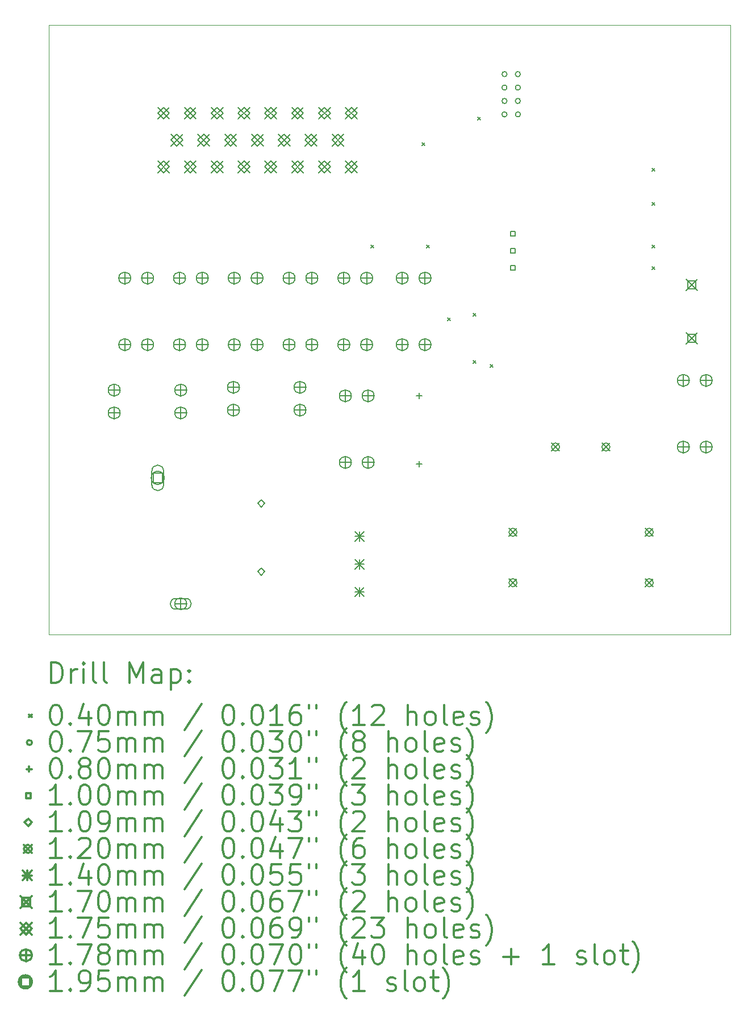
<source format=gbr>
%FSLAX45Y45*%
G04 Gerber Fmt 4.5, Leading zero omitted, Abs format (unit mm)*
G04 Created by KiCad (PCBNEW 5.1.5-52549c5~84~ubuntu18.04.1) date 2020-02-26 10:28:31*
%MOMM*%
%LPD*%
G04 APERTURE LIST*
%TA.AperFunction,Profile*%
%ADD10C,0.100000*%
%TD*%
%ADD11C,0.200000*%
%ADD12C,0.300000*%
G04 APERTURE END LIST*
D10*
X10160000Y9080500D02*
X10160000Y0D01*
X0Y9080500D02*
X10160000Y9080500D01*
X0Y0D02*
X0Y9080500D01*
X10160000Y0D02*
X0Y0D01*
D11*
X4806000Y5798500D02*
X4846000Y5758500D01*
X4846000Y5798500D02*
X4806000Y5758500D01*
X5568000Y7322500D02*
X5608000Y7282500D01*
X5608000Y7322500D02*
X5568000Y7282500D01*
X5631500Y5798500D02*
X5671500Y5758500D01*
X5671500Y5798500D02*
X5631500Y5758500D01*
X5949000Y4719000D02*
X5989000Y4679000D01*
X5989000Y4719000D02*
X5949000Y4679000D01*
X6325441Y4787059D02*
X6365441Y4747059D01*
X6365441Y4787059D02*
X6325441Y4747059D01*
X6330000Y4084000D02*
X6370000Y4044000D01*
X6370000Y4084000D02*
X6330000Y4044000D01*
X6393500Y7703500D02*
X6433500Y7663500D01*
X6433500Y7703500D02*
X6393500Y7663500D01*
X6584000Y4020500D02*
X6624000Y3980500D01*
X6624000Y4020500D02*
X6584000Y3980500D01*
X8997000Y6941500D02*
X9037000Y6901500D01*
X9037000Y6941500D02*
X8997000Y6901500D01*
X8997000Y6433500D02*
X9037000Y6393500D01*
X9037000Y6433500D02*
X8997000Y6393500D01*
X8997000Y5798500D02*
X9037000Y5758500D01*
X9037000Y5798500D02*
X8997000Y5758500D01*
X8997000Y5481000D02*
X9037000Y5441000D01*
X9037000Y5481000D02*
X8997000Y5441000D01*
X6832000Y8347000D02*
G75*
G03X6832000Y8347000I-37500J0D01*
G01*
X6832000Y8147000D02*
G75*
G03X6832000Y8147000I-37500J0D01*
G01*
X6832000Y7947000D02*
G75*
G03X6832000Y7947000I-37500J0D01*
G01*
X6832000Y7747000D02*
G75*
G03X6832000Y7747000I-37500J0D01*
G01*
X7032000Y8347000D02*
G75*
G03X7032000Y8347000I-37500J0D01*
G01*
X7032000Y8147000D02*
G75*
G03X7032000Y8147000I-37500J0D01*
G01*
X7032000Y7947000D02*
G75*
G03X7032000Y7947000I-37500J0D01*
G01*
X7032000Y7747000D02*
G75*
G03X7032000Y7747000I-37500J0D01*
G01*
X5524500Y3596000D02*
X5524500Y3516000D01*
X5484500Y3556000D02*
X5564500Y3556000D01*
X5524500Y2580000D02*
X5524500Y2500000D01*
X5484500Y2540000D02*
X5564500Y2540000D01*
X6956856Y5933644D02*
X6956856Y6004356D01*
X6886144Y6004356D01*
X6886144Y5933644D01*
X6956856Y5933644D01*
X6956856Y5679644D02*
X6956856Y5750356D01*
X6886144Y5750356D01*
X6886144Y5679644D01*
X6956856Y5679644D01*
X6956856Y5425644D02*
X6956856Y5496356D01*
X6886144Y5496356D01*
X6886144Y5425644D01*
X6956856Y5425644D01*
X3169500Y1899000D02*
X3224000Y1953500D01*
X3169500Y2008000D01*
X3115000Y1953500D01*
X3169500Y1899000D01*
X3169500Y883000D02*
X3224000Y937500D01*
X3169500Y992000D01*
X3115000Y937500D01*
X3169500Y883000D01*
X7496500Y2854000D02*
X7616500Y2734000D01*
X7616500Y2854000D02*
X7496500Y2734000D01*
X7616500Y2794000D02*
G75*
G03X7616500Y2794000I-60000J0D01*
G01*
X8246500Y2854000D02*
X8366500Y2734000D01*
X8366500Y2854000D02*
X8246500Y2734000D01*
X8366500Y2794000D02*
G75*
G03X8366500Y2794000I-60000J0D01*
G01*
X8893500Y1584000D02*
X9013500Y1464000D01*
X9013500Y1584000D02*
X8893500Y1464000D01*
X9013500Y1524000D02*
G75*
G03X9013500Y1524000I-60000J0D01*
G01*
X8893500Y834000D02*
X9013500Y714000D01*
X9013500Y834000D02*
X8893500Y714000D01*
X9013500Y774000D02*
G75*
G03X9013500Y774000I-60000J0D01*
G01*
X6861500Y1584000D02*
X6981500Y1464000D01*
X6981500Y1584000D02*
X6861500Y1464000D01*
X6981500Y1524000D02*
G75*
G03X6981500Y1524000I-60000J0D01*
G01*
X6861500Y834000D02*
X6981500Y714000D01*
X6981500Y834000D02*
X6861500Y714000D01*
X6981500Y774000D02*
G75*
G03X6981500Y774000I-60000J0D01*
G01*
X4565500Y1533000D02*
X4705500Y1393000D01*
X4705500Y1533000D02*
X4565500Y1393000D01*
X4635500Y1533000D02*
X4635500Y1393000D01*
X4565500Y1463000D02*
X4705500Y1463000D01*
X4565500Y1119000D02*
X4705500Y979000D01*
X4705500Y1119000D02*
X4565500Y979000D01*
X4635500Y1119000D02*
X4635500Y979000D01*
X4565500Y1049000D02*
X4705500Y1049000D01*
X4565500Y705000D02*
X4705500Y565000D01*
X4705500Y705000D02*
X4565500Y565000D01*
X4635500Y705000D02*
X4635500Y565000D01*
X4565500Y635000D02*
X4705500Y635000D01*
X9503500Y5292000D02*
X9673500Y5122000D01*
X9673500Y5292000D02*
X9503500Y5122000D01*
X9648605Y5146895D02*
X9648605Y5267105D01*
X9528395Y5267105D01*
X9528395Y5146895D01*
X9648605Y5146895D01*
X9503500Y4500000D02*
X9673500Y4330000D01*
X9673500Y4500000D02*
X9503500Y4330000D01*
X9648605Y4354895D02*
X9648605Y4475105D01*
X9528395Y4475105D01*
X9528395Y4354895D01*
X9648605Y4354895D01*
X1624000Y7853500D02*
X1799000Y7678500D01*
X1799000Y7853500D02*
X1624000Y7678500D01*
X1711500Y7678500D02*
X1799000Y7766000D01*
X1711500Y7853500D01*
X1624000Y7766000D01*
X1711500Y7678500D01*
X1624000Y7053500D02*
X1799000Y6878500D01*
X1799000Y7053500D02*
X1624000Y6878500D01*
X1711500Y6878500D02*
X1799000Y6966000D01*
X1711500Y7053500D01*
X1624000Y6966000D01*
X1711500Y6878500D01*
X1824000Y7453500D02*
X1999000Y7278500D01*
X1999000Y7453500D02*
X1824000Y7278500D01*
X1911500Y7278500D02*
X1999000Y7366000D01*
X1911500Y7453500D01*
X1824000Y7366000D01*
X1911500Y7278500D01*
X2024000Y7853500D02*
X2199000Y7678500D01*
X2199000Y7853500D02*
X2024000Y7678500D01*
X2111500Y7678500D02*
X2199000Y7766000D01*
X2111500Y7853500D01*
X2024000Y7766000D01*
X2111500Y7678500D01*
X2024000Y7053500D02*
X2199000Y6878500D01*
X2199000Y7053500D02*
X2024000Y6878500D01*
X2111500Y6878500D02*
X2199000Y6966000D01*
X2111500Y7053500D01*
X2024000Y6966000D01*
X2111500Y6878500D01*
X2224000Y7453500D02*
X2399000Y7278500D01*
X2399000Y7453500D02*
X2224000Y7278500D01*
X2311500Y7278500D02*
X2399000Y7366000D01*
X2311500Y7453500D01*
X2224000Y7366000D01*
X2311500Y7278500D01*
X2424000Y7853500D02*
X2599000Y7678500D01*
X2599000Y7853500D02*
X2424000Y7678500D01*
X2511500Y7678500D02*
X2599000Y7766000D01*
X2511500Y7853500D01*
X2424000Y7766000D01*
X2511500Y7678500D01*
X2424000Y7053500D02*
X2599000Y6878500D01*
X2599000Y7053500D02*
X2424000Y6878500D01*
X2511500Y6878500D02*
X2599000Y6966000D01*
X2511500Y7053500D01*
X2424000Y6966000D01*
X2511500Y6878500D01*
X2624000Y7453500D02*
X2799000Y7278500D01*
X2799000Y7453500D02*
X2624000Y7278500D01*
X2711500Y7278500D02*
X2799000Y7366000D01*
X2711500Y7453500D01*
X2624000Y7366000D01*
X2711500Y7278500D01*
X2824000Y7853500D02*
X2999000Y7678500D01*
X2999000Y7853500D02*
X2824000Y7678500D01*
X2911500Y7678500D02*
X2999000Y7766000D01*
X2911500Y7853500D01*
X2824000Y7766000D01*
X2911500Y7678500D01*
X2824000Y7053500D02*
X2999000Y6878500D01*
X2999000Y7053500D02*
X2824000Y6878500D01*
X2911500Y6878500D02*
X2999000Y6966000D01*
X2911500Y7053500D01*
X2824000Y6966000D01*
X2911500Y6878500D01*
X3024000Y7453500D02*
X3199000Y7278500D01*
X3199000Y7453500D02*
X3024000Y7278500D01*
X3111500Y7278500D02*
X3199000Y7366000D01*
X3111500Y7453500D01*
X3024000Y7366000D01*
X3111500Y7278500D01*
X3224000Y7853500D02*
X3399000Y7678500D01*
X3399000Y7853500D02*
X3224000Y7678500D01*
X3311500Y7678500D02*
X3399000Y7766000D01*
X3311500Y7853500D01*
X3224000Y7766000D01*
X3311500Y7678500D01*
X3224000Y7053500D02*
X3399000Y6878500D01*
X3399000Y7053500D02*
X3224000Y6878500D01*
X3311500Y6878500D02*
X3399000Y6966000D01*
X3311500Y7053500D01*
X3224000Y6966000D01*
X3311500Y6878500D01*
X3424000Y7453500D02*
X3599000Y7278500D01*
X3599000Y7453500D02*
X3424000Y7278500D01*
X3511500Y7278500D02*
X3599000Y7366000D01*
X3511500Y7453500D01*
X3424000Y7366000D01*
X3511500Y7278500D01*
X3624000Y7853500D02*
X3799000Y7678500D01*
X3799000Y7853500D02*
X3624000Y7678500D01*
X3711500Y7678500D02*
X3799000Y7766000D01*
X3711500Y7853500D01*
X3624000Y7766000D01*
X3711500Y7678500D01*
X3624000Y7053500D02*
X3799000Y6878500D01*
X3799000Y7053500D02*
X3624000Y6878500D01*
X3711500Y6878500D02*
X3799000Y6966000D01*
X3711500Y7053500D01*
X3624000Y6966000D01*
X3711500Y6878500D01*
X3824000Y7453500D02*
X3999000Y7278500D01*
X3999000Y7453500D02*
X3824000Y7278500D01*
X3911500Y7278500D02*
X3999000Y7366000D01*
X3911500Y7453500D01*
X3824000Y7366000D01*
X3911500Y7278500D01*
X4024000Y7853500D02*
X4199000Y7678500D01*
X4199000Y7853500D02*
X4024000Y7678500D01*
X4111500Y7678500D02*
X4199000Y7766000D01*
X4111500Y7853500D01*
X4024000Y7766000D01*
X4111500Y7678500D01*
X4024000Y7053500D02*
X4199000Y6878500D01*
X4199000Y7053500D02*
X4024000Y6878500D01*
X4111500Y6878500D02*
X4199000Y6966000D01*
X4111500Y7053500D01*
X4024000Y6966000D01*
X4111500Y6878500D01*
X4224000Y7453500D02*
X4399000Y7278500D01*
X4399000Y7453500D02*
X4224000Y7278500D01*
X4311500Y7278500D02*
X4399000Y7366000D01*
X4311500Y7453500D01*
X4224000Y7366000D01*
X4311500Y7278500D01*
X4424000Y7853500D02*
X4599000Y7678500D01*
X4599000Y7853500D02*
X4424000Y7678500D01*
X4511500Y7678500D02*
X4599000Y7766000D01*
X4511500Y7853500D01*
X4424000Y7766000D01*
X4511500Y7678500D01*
X4424000Y7053500D02*
X4599000Y6878500D01*
X4599000Y7053500D02*
X4424000Y6878500D01*
X4511500Y6878500D02*
X4599000Y6966000D01*
X4511500Y7053500D01*
X4424000Y6966000D01*
X4511500Y6878500D01*
X4399643Y5399000D02*
X4399643Y5221000D01*
X4310643Y5310000D02*
X4488643Y5310000D01*
X4488643Y5310000D02*
G75*
G03X4488643Y5310000I-89000J0D01*
G01*
X4399643Y4407000D02*
X4399643Y4229000D01*
X4310643Y4318000D02*
X4488643Y4318000D01*
X4488643Y4318000D02*
G75*
G03X4488643Y4318000I-89000J0D01*
G01*
X4739643Y5399000D02*
X4739643Y5221000D01*
X4650643Y5310000D02*
X4828643Y5310000D01*
X4828643Y5310000D02*
G75*
G03X4828643Y5310000I-89000J0D01*
G01*
X4739643Y4407000D02*
X4739643Y4229000D01*
X4650643Y4318000D02*
X4828643Y4318000D01*
X4828643Y4318000D02*
G75*
G03X4828643Y4318000I-89000J0D01*
G01*
X1968500Y548500D02*
X1968500Y370500D01*
X1879500Y459500D02*
X2057500Y459500D01*
X2057500Y459500D02*
G75*
G03X2057500Y459500I-89000J0D01*
G01*
X1891000Y380500D02*
X2046000Y380500D01*
X1891000Y538500D02*
X2046000Y538500D01*
X2046000Y380500D02*
G75*
G03X2046000Y538500I0J79000D01*
G01*
X1891000Y538500D02*
G75*
G03X1891000Y380500I0J-79000D01*
G01*
X3583214Y5399000D02*
X3583214Y5221000D01*
X3494214Y5310000D02*
X3672214Y5310000D01*
X3672214Y5310000D02*
G75*
G03X3672214Y5310000I-89000J0D01*
G01*
X3583214Y4407000D02*
X3583214Y4229000D01*
X3494214Y4318000D02*
X3672214Y4318000D01*
X3672214Y4318000D02*
G75*
G03X3672214Y4318000I-89000J0D01*
G01*
X3923214Y5399000D02*
X3923214Y5221000D01*
X3834214Y5310000D02*
X4012214Y5310000D01*
X4012214Y5310000D02*
G75*
G03X4012214Y5310000I-89000J0D01*
G01*
X3923214Y4407000D02*
X3923214Y4229000D01*
X3834214Y4318000D02*
X4012214Y4318000D01*
X4012214Y4318000D02*
G75*
G03X4012214Y4318000I-89000J0D01*
G01*
X1133929Y5399000D02*
X1133929Y5221000D01*
X1044928Y5310000D02*
X1222929Y5310000D01*
X1222929Y5310000D02*
G75*
G03X1222929Y5310000I-89000J0D01*
G01*
X1133929Y4407000D02*
X1133929Y4229000D01*
X1044928Y4318000D02*
X1222929Y4318000D01*
X1222929Y4318000D02*
G75*
G03X1222929Y4318000I-89000J0D01*
G01*
X1473928Y5399000D02*
X1473928Y5221000D01*
X1384929Y5310000D02*
X1562928Y5310000D01*
X1562928Y5310000D02*
G75*
G03X1562928Y5310000I-89000J0D01*
G01*
X1473928Y4407000D02*
X1473928Y4229000D01*
X1384929Y4318000D02*
X1562928Y4318000D01*
X1562928Y4318000D02*
G75*
G03X1562928Y4318000I-89000J0D01*
G01*
X976500Y3731000D02*
X976500Y3553000D01*
X887500Y3642000D02*
X1065500Y3642000D01*
X1065500Y3642000D02*
G75*
G03X1065500Y3642000I-89000J0D01*
G01*
X976500Y3391000D02*
X976500Y3213000D01*
X887500Y3302000D02*
X1065500Y3302000D01*
X1065500Y3302000D02*
G75*
G03X1065500Y3302000I-89000J0D01*
G01*
X1968500Y3731000D02*
X1968500Y3553000D01*
X1879500Y3642000D02*
X2057500Y3642000D01*
X2057500Y3642000D02*
G75*
G03X2057500Y3642000I-89000J0D01*
G01*
X1968500Y3391000D02*
X1968500Y3213000D01*
X1879500Y3302000D02*
X2057500Y3302000D01*
X2057500Y3302000D02*
G75*
G03X2057500Y3302000I-89000J0D01*
G01*
X4422500Y3645000D02*
X4422500Y3467000D01*
X4333500Y3556000D02*
X4511500Y3556000D01*
X4511500Y3556000D02*
G75*
G03X4511500Y3556000I-89000J0D01*
G01*
X4422500Y2653000D02*
X4422500Y2475000D01*
X4333500Y2564000D02*
X4511500Y2564000D01*
X4511500Y2564000D02*
G75*
G03X4511500Y2564000I-89000J0D01*
G01*
X4762500Y3645000D02*
X4762500Y3467000D01*
X4673500Y3556000D02*
X4851500Y3556000D01*
X4851500Y3556000D02*
G75*
G03X4851500Y3556000I-89000J0D01*
G01*
X4762500Y2653000D02*
X4762500Y2475000D01*
X4673500Y2564000D02*
X4851500Y2564000D01*
X4851500Y2564000D02*
G75*
G03X4851500Y2564000I-89000J0D01*
G01*
X5270500Y5399000D02*
X5270500Y5221000D01*
X5181500Y5310000D02*
X5359500Y5310000D01*
X5359500Y5310000D02*
G75*
G03X5359500Y5310000I-89000J0D01*
G01*
X5270500Y4407000D02*
X5270500Y4229000D01*
X5181500Y4318000D02*
X5359500Y4318000D01*
X5359500Y4318000D02*
G75*
G03X5359500Y4318000I-89000J0D01*
G01*
X5610500Y5399000D02*
X5610500Y5221000D01*
X5521500Y5310000D02*
X5699500Y5310000D01*
X5699500Y5310000D02*
G75*
G03X5699500Y5310000I-89000J0D01*
G01*
X5610500Y4407000D02*
X5610500Y4229000D01*
X5521500Y4318000D02*
X5699500Y4318000D01*
X5699500Y4318000D02*
G75*
G03X5699500Y4318000I-89000J0D01*
G01*
X1950357Y5399000D02*
X1950357Y5221000D01*
X1861357Y5310000D02*
X2039357Y5310000D01*
X2039357Y5310000D02*
G75*
G03X2039357Y5310000I-89000J0D01*
G01*
X1950357Y4407000D02*
X1950357Y4229000D01*
X1861357Y4318000D02*
X2039357Y4318000D01*
X2039357Y4318000D02*
G75*
G03X2039357Y4318000I-89000J0D01*
G01*
X2290357Y5399000D02*
X2290357Y5221000D01*
X2201357Y5310000D02*
X2379357Y5310000D01*
X2379357Y5310000D02*
G75*
G03X2379357Y5310000I-89000J0D01*
G01*
X2290357Y4407000D02*
X2290357Y4229000D01*
X2201357Y4318000D02*
X2379357Y4318000D01*
X2379357Y4318000D02*
G75*
G03X2379357Y4318000I-89000J0D01*
G01*
X2754500Y3772000D02*
X2754500Y3594000D01*
X2665500Y3683000D02*
X2843500Y3683000D01*
X2843500Y3683000D02*
G75*
G03X2843500Y3683000I-89000J0D01*
G01*
X2754500Y3432000D02*
X2754500Y3254000D01*
X2665500Y3343000D02*
X2843500Y3343000D01*
X2843500Y3343000D02*
G75*
G03X2843500Y3343000I-89000J0D01*
G01*
X3746500Y3772000D02*
X3746500Y3594000D01*
X3657500Y3683000D02*
X3835500Y3683000D01*
X3835500Y3683000D02*
G75*
G03X3835500Y3683000I-89000J0D01*
G01*
X3746500Y3432000D02*
X3746500Y3254000D01*
X3657500Y3343000D02*
X3835500Y3343000D01*
X3835500Y3343000D02*
G75*
G03X3835500Y3343000I-89000J0D01*
G01*
X9461500Y3875000D02*
X9461500Y3697000D01*
X9372500Y3786000D02*
X9550500Y3786000D01*
X9550500Y3786000D02*
G75*
G03X9550500Y3786000I-89000J0D01*
G01*
X9461500Y2883000D02*
X9461500Y2705000D01*
X9372500Y2794000D02*
X9550500Y2794000D01*
X9550500Y2794000D02*
G75*
G03X9550500Y2794000I-89000J0D01*
G01*
X9801500Y3875000D02*
X9801500Y3697000D01*
X9712500Y3786000D02*
X9890500Y3786000D01*
X9890500Y3786000D02*
G75*
G03X9890500Y3786000I-89000J0D01*
G01*
X9801500Y2883000D02*
X9801500Y2705000D01*
X9712500Y2794000D02*
X9890500Y2794000D01*
X9890500Y2794000D02*
G75*
G03X9890500Y2794000I-89000J0D01*
G01*
X2766786Y5399000D02*
X2766786Y5221000D01*
X2677786Y5310000D02*
X2855785Y5310000D01*
X2855785Y5310000D02*
G75*
G03X2855785Y5310000I-89000J0D01*
G01*
X2766786Y4407000D02*
X2766786Y4229000D01*
X2677786Y4318000D02*
X2855785Y4318000D01*
X2855785Y4318000D02*
G75*
G03X2855785Y4318000I-89000J0D01*
G01*
X3106785Y5399000D02*
X3106785Y5221000D01*
X3017785Y5310000D02*
X3195785Y5310000D01*
X3195785Y5310000D02*
G75*
G03X3195785Y5310000I-89000J0D01*
G01*
X3106785Y4407000D02*
X3106785Y4229000D01*
X3017785Y4318000D02*
X3195785Y4318000D01*
X3195785Y4318000D02*
G75*
G03X3195785Y4318000I-89000J0D01*
G01*
X1694444Y2265556D02*
X1694444Y2403444D01*
X1556556Y2403444D01*
X1556556Y2265556D01*
X1694444Y2265556D01*
X1723000Y2334500D02*
G75*
G03X1723000Y2334500I-97500J0D01*
G01*
X1713000Y2232000D02*
X1713000Y2437000D01*
X1538000Y2232000D02*
X1538000Y2437000D01*
X1713000Y2437000D02*
G75*
G03X1538000Y2437000I-87500J0D01*
G01*
X1538000Y2232000D02*
G75*
G03X1713000Y2232000I87500J0D01*
G01*
D12*
X36429Y-715714D02*
X36429Y-415714D01*
X107857Y-415714D01*
X150714Y-430000D01*
X179286Y-458571D01*
X193571Y-487143D01*
X207857Y-544286D01*
X207857Y-587143D01*
X193571Y-644286D01*
X179286Y-672857D01*
X150714Y-701428D01*
X107857Y-715714D01*
X36429Y-715714D01*
X336429Y-715714D02*
X336429Y-515714D01*
X336429Y-572857D02*
X350714Y-544286D01*
X365000Y-530000D01*
X393571Y-515714D01*
X422143Y-515714D01*
X522143Y-715714D02*
X522143Y-515714D01*
X522143Y-415714D02*
X507857Y-430000D01*
X522143Y-444286D01*
X536429Y-430000D01*
X522143Y-415714D01*
X522143Y-444286D01*
X707857Y-715714D02*
X679286Y-701428D01*
X665000Y-672857D01*
X665000Y-415714D01*
X865000Y-715714D02*
X836428Y-701428D01*
X822143Y-672857D01*
X822143Y-415714D01*
X1207857Y-715714D02*
X1207857Y-415714D01*
X1307857Y-630000D01*
X1407857Y-415714D01*
X1407857Y-715714D01*
X1679286Y-715714D02*
X1679286Y-558571D01*
X1665000Y-530000D01*
X1636428Y-515714D01*
X1579286Y-515714D01*
X1550714Y-530000D01*
X1679286Y-701428D02*
X1650714Y-715714D01*
X1579286Y-715714D01*
X1550714Y-701428D01*
X1536428Y-672857D01*
X1536428Y-644286D01*
X1550714Y-615714D01*
X1579286Y-601429D01*
X1650714Y-601429D01*
X1679286Y-587143D01*
X1822143Y-515714D02*
X1822143Y-815714D01*
X1822143Y-530000D02*
X1850714Y-515714D01*
X1907857Y-515714D01*
X1936428Y-530000D01*
X1950714Y-544286D01*
X1965000Y-572857D01*
X1965000Y-658571D01*
X1950714Y-687143D01*
X1936428Y-701428D01*
X1907857Y-715714D01*
X1850714Y-715714D01*
X1822143Y-701428D01*
X2093571Y-687143D02*
X2107857Y-701428D01*
X2093571Y-715714D01*
X2079286Y-701428D01*
X2093571Y-687143D01*
X2093571Y-715714D01*
X2093571Y-530000D02*
X2107857Y-544286D01*
X2093571Y-558571D01*
X2079286Y-544286D01*
X2093571Y-530000D01*
X2093571Y-558571D01*
X-290000Y-1190000D02*
X-250000Y-1230000D01*
X-250000Y-1190000D02*
X-290000Y-1230000D01*
X93571Y-1045714D02*
X122143Y-1045714D01*
X150714Y-1060000D01*
X165000Y-1074286D01*
X179286Y-1102857D01*
X193571Y-1160000D01*
X193571Y-1231429D01*
X179286Y-1288571D01*
X165000Y-1317143D01*
X150714Y-1331429D01*
X122143Y-1345714D01*
X93571Y-1345714D01*
X65000Y-1331429D01*
X50714Y-1317143D01*
X36429Y-1288571D01*
X22143Y-1231429D01*
X22143Y-1160000D01*
X36429Y-1102857D01*
X50714Y-1074286D01*
X65000Y-1060000D01*
X93571Y-1045714D01*
X322143Y-1317143D02*
X336429Y-1331429D01*
X322143Y-1345714D01*
X307857Y-1331429D01*
X322143Y-1317143D01*
X322143Y-1345714D01*
X593571Y-1145714D02*
X593571Y-1345714D01*
X522143Y-1031428D02*
X450714Y-1245714D01*
X636429Y-1245714D01*
X807857Y-1045714D02*
X836428Y-1045714D01*
X865000Y-1060000D01*
X879286Y-1074286D01*
X893571Y-1102857D01*
X907857Y-1160000D01*
X907857Y-1231429D01*
X893571Y-1288571D01*
X879286Y-1317143D01*
X865000Y-1331429D01*
X836428Y-1345714D01*
X807857Y-1345714D01*
X779286Y-1331429D01*
X765000Y-1317143D01*
X750714Y-1288571D01*
X736428Y-1231429D01*
X736428Y-1160000D01*
X750714Y-1102857D01*
X765000Y-1074286D01*
X779286Y-1060000D01*
X807857Y-1045714D01*
X1036428Y-1345714D02*
X1036428Y-1145714D01*
X1036428Y-1174286D02*
X1050714Y-1160000D01*
X1079286Y-1145714D01*
X1122143Y-1145714D01*
X1150714Y-1160000D01*
X1165000Y-1188571D01*
X1165000Y-1345714D01*
X1165000Y-1188571D02*
X1179286Y-1160000D01*
X1207857Y-1145714D01*
X1250714Y-1145714D01*
X1279286Y-1160000D01*
X1293571Y-1188571D01*
X1293571Y-1345714D01*
X1436428Y-1345714D02*
X1436428Y-1145714D01*
X1436428Y-1174286D02*
X1450714Y-1160000D01*
X1479286Y-1145714D01*
X1522143Y-1145714D01*
X1550714Y-1160000D01*
X1565000Y-1188571D01*
X1565000Y-1345714D01*
X1565000Y-1188571D02*
X1579286Y-1160000D01*
X1607857Y-1145714D01*
X1650714Y-1145714D01*
X1679286Y-1160000D01*
X1693571Y-1188571D01*
X1693571Y-1345714D01*
X2279286Y-1031428D02*
X2022143Y-1417143D01*
X2665000Y-1045714D02*
X2693571Y-1045714D01*
X2722143Y-1060000D01*
X2736429Y-1074286D01*
X2750714Y-1102857D01*
X2765000Y-1160000D01*
X2765000Y-1231429D01*
X2750714Y-1288571D01*
X2736429Y-1317143D01*
X2722143Y-1331429D01*
X2693571Y-1345714D01*
X2665000Y-1345714D01*
X2636429Y-1331429D01*
X2622143Y-1317143D01*
X2607857Y-1288571D01*
X2593571Y-1231429D01*
X2593571Y-1160000D01*
X2607857Y-1102857D01*
X2622143Y-1074286D01*
X2636429Y-1060000D01*
X2665000Y-1045714D01*
X2893571Y-1317143D02*
X2907857Y-1331429D01*
X2893571Y-1345714D01*
X2879286Y-1331429D01*
X2893571Y-1317143D01*
X2893571Y-1345714D01*
X3093571Y-1045714D02*
X3122143Y-1045714D01*
X3150714Y-1060000D01*
X3165000Y-1074286D01*
X3179286Y-1102857D01*
X3193571Y-1160000D01*
X3193571Y-1231429D01*
X3179286Y-1288571D01*
X3165000Y-1317143D01*
X3150714Y-1331429D01*
X3122143Y-1345714D01*
X3093571Y-1345714D01*
X3065000Y-1331429D01*
X3050714Y-1317143D01*
X3036428Y-1288571D01*
X3022143Y-1231429D01*
X3022143Y-1160000D01*
X3036428Y-1102857D01*
X3050714Y-1074286D01*
X3065000Y-1060000D01*
X3093571Y-1045714D01*
X3479286Y-1345714D02*
X3307857Y-1345714D01*
X3393571Y-1345714D02*
X3393571Y-1045714D01*
X3365000Y-1088571D01*
X3336428Y-1117143D01*
X3307857Y-1131429D01*
X3736428Y-1045714D02*
X3679286Y-1045714D01*
X3650714Y-1060000D01*
X3636428Y-1074286D01*
X3607857Y-1117143D01*
X3593571Y-1174286D01*
X3593571Y-1288571D01*
X3607857Y-1317143D01*
X3622143Y-1331429D01*
X3650714Y-1345714D01*
X3707857Y-1345714D01*
X3736428Y-1331429D01*
X3750714Y-1317143D01*
X3765000Y-1288571D01*
X3765000Y-1217143D01*
X3750714Y-1188571D01*
X3736428Y-1174286D01*
X3707857Y-1160000D01*
X3650714Y-1160000D01*
X3622143Y-1174286D01*
X3607857Y-1188571D01*
X3593571Y-1217143D01*
X3879286Y-1045714D02*
X3879286Y-1102857D01*
X3993571Y-1045714D02*
X3993571Y-1102857D01*
X4436429Y-1460000D02*
X4422143Y-1445714D01*
X4393571Y-1402857D01*
X4379286Y-1374286D01*
X4365000Y-1331429D01*
X4350714Y-1260000D01*
X4350714Y-1202857D01*
X4365000Y-1131429D01*
X4379286Y-1088571D01*
X4393571Y-1060000D01*
X4422143Y-1017143D01*
X4436429Y-1002857D01*
X4707857Y-1345714D02*
X4536429Y-1345714D01*
X4622143Y-1345714D02*
X4622143Y-1045714D01*
X4593571Y-1088571D01*
X4565000Y-1117143D01*
X4536429Y-1131429D01*
X4822143Y-1074286D02*
X4836429Y-1060000D01*
X4865000Y-1045714D01*
X4936429Y-1045714D01*
X4965000Y-1060000D01*
X4979286Y-1074286D01*
X4993571Y-1102857D01*
X4993571Y-1131429D01*
X4979286Y-1174286D01*
X4807857Y-1345714D01*
X4993571Y-1345714D01*
X5350714Y-1345714D02*
X5350714Y-1045714D01*
X5479286Y-1345714D02*
X5479286Y-1188571D01*
X5465000Y-1160000D01*
X5436429Y-1145714D01*
X5393571Y-1145714D01*
X5365000Y-1160000D01*
X5350714Y-1174286D01*
X5665000Y-1345714D02*
X5636428Y-1331429D01*
X5622143Y-1317143D01*
X5607857Y-1288571D01*
X5607857Y-1202857D01*
X5622143Y-1174286D01*
X5636428Y-1160000D01*
X5665000Y-1145714D01*
X5707857Y-1145714D01*
X5736428Y-1160000D01*
X5750714Y-1174286D01*
X5765000Y-1202857D01*
X5765000Y-1288571D01*
X5750714Y-1317143D01*
X5736428Y-1331429D01*
X5707857Y-1345714D01*
X5665000Y-1345714D01*
X5936428Y-1345714D02*
X5907857Y-1331429D01*
X5893571Y-1302857D01*
X5893571Y-1045714D01*
X6165000Y-1331429D02*
X6136428Y-1345714D01*
X6079286Y-1345714D01*
X6050714Y-1331429D01*
X6036428Y-1302857D01*
X6036428Y-1188571D01*
X6050714Y-1160000D01*
X6079286Y-1145714D01*
X6136428Y-1145714D01*
X6165000Y-1160000D01*
X6179286Y-1188571D01*
X6179286Y-1217143D01*
X6036428Y-1245714D01*
X6293571Y-1331429D02*
X6322143Y-1345714D01*
X6379286Y-1345714D01*
X6407857Y-1331429D01*
X6422143Y-1302857D01*
X6422143Y-1288571D01*
X6407857Y-1260000D01*
X6379286Y-1245714D01*
X6336428Y-1245714D01*
X6307857Y-1231429D01*
X6293571Y-1202857D01*
X6293571Y-1188571D01*
X6307857Y-1160000D01*
X6336428Y-1145714D01*
X6379286Y-1145714D01*
X6407857Y-1160000D01*
X6522143Y-1460000D02*
X6536428Y-1445714D01*
X6565000Y-1402857D01*
X6579286Y-1374286D01*
X6593571Y-1331429D01*
X6607857Y-1260000D01*
X6607857Y-1202857D01*
X6593571Y-1131429D01*
X6579286Y-1088571D01*
X6565000Y-1060000D01*
X6536428Y-1017143D01*
X6522143Y-1002857D01*
X-250000Y-1606000D02*
G75*
G03X-250000Y-1606000I-37500J0D01*
G01*
X93571Y-1441714D02*
X122143Y-1441714D01*
X150714Y-1456000D01*
X165000Y-1470286D01*
X179286Y-1498857D01*
X193571Y-1556000D01*
X193571Y-1627428D01*
X179286Y-1684571D01*
X165000Y-1713143D01*
X150714Y-1727428D01*
X122143Y-1741714D01*
X93571Y-1741714D01*
X65000Y-1727428D01*
X50714Y-1713143D01*
X36429Y-1684571D01*
X22143Y-1627428D01*
X22143Y-1556000D01*
X36429Y-1498857D01*
X50714Y-1470286D01*
X65000Y-1456000D01*
X93571Y-1441714D01*
X322143Y-1713143D02*
X336429Y-1727428D01*
X322143Y-1741714D01*
X307857Y-1727428D01*
X322143Y-1713143D01*
X322143Y-1741714D01*
X436428Y-1441714D02*
X636429Y-1441714D01*
X507857Y-1741714D01*
X893571Y-1441714D02*
X750714Y-1441714D01*
X736428Y-1584571D01*
X750714Y-1570286D01*
X779286Y-1556000D01*
X850714Y-1556000D01*
X879286Y-1570286D01*
X893571Y-1584571D01*
X907857Y-1613143D01*
X907857Y-1684571D01*
X893571Y-1713143D01*
X879286Y-1727428D01*
X850714Y-1741714D01*
X779286Y-1741714D01*
X750714Y-1727428D01*
X736428Y-1713143D01*
X1036428Y-1741714D02*
X1036428Y-1541714D01*
X1036428Y-1570286D02*
X1050714Y-1556000D01*
X1079286Y-1541714D01*
X1122143Y-1541714D01*
X1150714Y-1556000D01*
X1165000Y-1584571D01*
X1165000Y-1741714D01*
X1165000Y-1584571D02*
X1179286Y-1556000D01*
X1207857Y-1541714D01*
X1250714Y-1541714D01*
X1279286Y-1556000D01*
X1293571Y-1584571D01*
X1293571Y-1741714D01*
X1436428Y-1741714D02*
X1436428Y-1541714D01*
X1436428Y-1570286D02*
X1450714Y-1556000D01*
X1479286Y-1541714D01*
X1522143Y-1541714D01*
X1550714Y-1556000D01*
X1565000Y-1584571D01*
X1565000Y-1741714D01*
X1565000Y-1584571D02*
X1579286Y-1556000D01*
X1607857Y-1541714D01*
X1650714Y-1541714D01*
X1679286Y-1556000D01*
X1693571Y-1584571D01*
X1693571Y-1741714D01*
X2279286Y-1427428D02*
X2022143Y-1813143D01*
X2665000Y-1441714D02*
X2693571Y-1441714D01*
X2722143Y-1456000D01*
X2736429Y-1470286D01*
X2750714Y-1498857D01*
X2765000Y-1556000D01*
X2765000Y-1627428D01*
X2750714Y-1684571D01*
X2736429Y-1713143D01*
X2722143Y-1727428D01*
X2693571Y-1741714D01*
X2665000Y-1741714D01*
X2636429Y-1727428D01*
X2622143Y-1713143D01*
X2607857Y-1684571D01*
X2593571Y-1627428D01*
X2593571Y-1556000D01*
X2607857Y-1498857D01*
X2622143Y-1470286D01*
X2636429Y-1456000D01*
X2665000Y-1441714D01*
X2893571Y-1713143D02*
X2907857Y-1727428D01*
X2893571Y-1741714D01*
X2879286Y-1727428D01*
X2893571Y-1713143D01*
X2893571Y-1741714D01*
X3093571Y-1441714D02*
X3122143Y-1441714D01*
X3150714Y-1456000D01*
X3165000Y-1470286D01*
X3179286Y-1498857D01*
X3193571Y-1556000D01*
X3193571Y-1627428D01*
X3179286Y-1684571D01*
X3165000Y-1713143D01*
X3150714Y-1727428D01*
X3122143Y-1741714D01*
X3093571Y-1741714D01*
X3065000Y-1727428D01*
X3050714Y-1713143D01*
X3036428Y-1684571D01*
X3022143Y-1627428D01*
X3022143Y-1556000D01*
X3036428Y-1498857D01*
X3050714Y-1470286D01*
X3065000Y-1456000D01*
X3093571Y-1441714D01*
X3293571Y-1441714D02*
X3479286Y-1441714D01*
X3379286Y-1556000D01*
X3422143Y-1556000D01*
X3450714Y-1570286D01*
X3465000Y-1584571D01*
X3479286Y-1613143D01*
X3479286Y-1684571D01*
X3465000Y-1713143D01*
X3450714Y-1727428D01*
X3422143Y-1741714D01*
X3336428Y-1741714D01*
X3307857Y-1727428D01*
X3293571Y-1713143D01*
X3665000Y-1441714D02*
X3693571Y-1441714D01*
X3722143Y-1456000D01*
X3736428Y-1470286D01*
X3750714Y-1498857D01*
X3765000Y-1556000D01*
X3765000Y-1627428D01*
X3750714Y-1684571D01*
X3736428Y-1713143D01*
X3722143Y-1727428D01*
X3693571Y-1741714D01*
X3665000Y-1741714D01*
X3636428Y-1727428D01*
X3622143Y-1713143D01*
X3607857Y-1684571D01*
X3593571Y-1627428D01*
X3593571Y-1556000D01*
X3607857Y-1498857D01*
X3622143Y-1470286D01*
X3636428Y-1456000D01*
X3665000Y-1441714D01*
X3879286Y-1441714D02*
X3879286Y-1498857D01*
X3993571Y-1441714D02*
X3993571Y-1498857D01*
X4436429Y-1856000D02*
X4422143Y-1841714D01*
X4393571Y-1798857D01*
X4379286Y-1770286D01*
X4365000Y-1727428D01*
X4350714Y-1656000D01*
X4350714Y-1598857D01*
X4365000Y-1527428D01*
X4379286Y-1484571D01*
X4393571Y-1456000D01*
X4422143Y-1413143D01*
X4436429Y-1398857D01*
X4593571Y-1570286D02*
X4565000Y-1556000D01*
X4550714Y-1541714D01*
X4536429Y-1513143D01*
X4536429Y-1498857D01*
X4550714Y-1470286D01*
X4565000Y-1456000D01*
X4593571Y-1441714D01*
X4650714Y-1441714D01*
X4679286Y-1456000D01*
X4693571Y-1470286D01*
X4707857Y-1498857D01*
X4707857Y-1513143D01*
X4693571Y-1541714D01*
X4679286Y-1556000D01*
X4650714Y-1570286D01*
X4593571Y-1570286D01*
X4565000Y-1584571D01*
X4550714Y-1598857D01*
X4536429Y-1627428D01*
X4536429Y-1684571D01*
X4550714Y-1713143D01*
X4565000Y-1727428D01*
X4593571Y-1741714D01*
X4650714Y-1741714D01*
X4679286Y-1727428D01*
X4693571Y-1713143D01*
X4707857Y-1684571D01*
X4707857Y-1627428D01*
X4693571Y-1598857D01*
X4679286Y-1584571D01*
X4650714Y-1570286D01*
X5065000Y-1741714D02*
X5065000Y-1441714D01*
X5193571Y-1741714D02*
X5193571Y-1584571D01*
X5179286Y-1556000D01*
X5150714Y-1541714D01*
X5107857Y-1541714D01*
X5079286Y-1556000D01*
X5065000Y-1570286D01*
X5379286Y-1741714D02*
X5350714Y-1727428D01*
X5336429Y-1713143D01*
X5322143Y-1684571D01*
X5322143Y-1598857D01*
X5336429Y-1570286D01*
X5350714Y-1556000D01*
X5379286Y-1541714D01*
X5422143Y-1541714D01*
X5450714Y-1556000D01*
X5465000Y-1570286D01*
X5479286Y-1598857D01*
X5479286Y-1684571D01*
X5465000Y-1713143D01*
X5450714Y-1727428D01*
X5422143Y-1741714D01*
X5379286Y-1741714D01*
X5650714Y-1741714D02*
X5622143Y-1727428D01*
X5607857Y-1698857D01*
X5607857Y-1441714D01*
X5879286Y-1727428D02*
X5850714Y-1741714D01*
X5793571Y-1741714D01*
X5765000Y-1727428D01*
X5750714Y-1698857D01*
X5750714Y-1584571D01*
X5765000Y-1556000D01*
X5793571Y-1541714D01*
X5850714Y-1541714D01*
X5879286Y-1556000D01*
X5893571Y-1584571D01*
X5893571Y-1613143D01*
X5750714Y-1641714D01*
X6007857Y-1727428D02*
X6036428Y-1741714D01*
X6093571Y-1741714D01*
X6122143Y-1727428D01*
X6136428Y-1698857D01*
X6136428Y-1684571D01*
X6122143Y-1656000D01*
X6093571Y-1641714D01*
X6050714Y-1641714D01*
X6022143Y-1627428D01*
X6007857Y-1598857D01*
X6007857Y-1584571D01*
X6022143Y-1556000D01*
X6050714Y-1541714D01*
X6093571Y-1541714D01*
X6122143Y-1556000D01*
X6236428Y-1856000D02*
X6250714Y-1841714D01*
X6279286Y-1798857D01*
X6293571Y-1770286D01*
X6307857Y-1727428D01*
X6322143Y-1656000D01*
X6322143Y-1598857D01*
X6307857Y-1527428D01*
X6293571Y-1484571D01*
X6279286Y-1456000D01*
X6250714Y-1413143D01*
X6236428Y-1398857D01*
X-290000Y-1962000D02*
X-290000Y-2042000D01*
X-330000Y-2002000D02*
X-250000Y-2002000D01*
X93571Y-1837714D02*
X122143Y-1837714D01*
X150714Y-1852000D01*
X165000Y-1866286D01*
X179286Y-1894857D01*
X193571Y-1952000D01*
X193571Y-2023428D01*
X179286Y-2080571D01*
X165000Y-2109143D01*
X150714Y-2123429D01*
X122143Y-2137714D01*
X93571Y-2137714D01*
X65000Y-2123429D01*
X50714Y-2109143D01*
X36429Y-2080571D01*
X22143Y-2023428D01*
X22143Y-1952000D01*
X36429Y-1894857D01*
X50714Y-1866286D01*
X65000Y-1852000D01*
X93571Y-1837714D01*
X322143Y-2109143D02*
X336429Y-2123429D01*
X322143Y-2137714D01*
X307857Y-2123429D01*
X322143Y-2109143D01*
X322143Y-2137714D01*
X507857Y-1966286D02*
X479286Y-1952000D01*
X465000Y-1937714D01*
X450714Y-1909143D01*
X450714Y-1894857D01*
X465000Y-1866286D01*
X479286Y-1852000D01*
X507857Y-1837714D01*
X565000Y-1837714D01*
X593571Y-1852000D01*
X607857Y-1866286D01*
X622143Y-1894857D01*
X622143Y-1909143D01*
X607857Y-1937714D01*
X593571Y-1952000D01*
X565000Y-1966286D01*
X507857Y-1966286D01*
X479286Y-1980571D01*
X465000Y-1994857D01*
X450714Y-2023428D01*
X450714Y-2080571D01*
X465000Y-2109143D01*
X479286Y-2123429D01*
X507857Y-2137714D01*
X565000Y-2137714D01*
X593571Y-2123429D01*
X607857Y-2109143D01*
X622143Y-2080571D01*
X622143Y-2023428D01*
X607857Y-1994857D01*
X593571Y-1980571D01*
X565000Y-1966286D01*
X807857Y-1837714D02*
X836428Y-1837714D01*
X865000Y-1852000D01*
X879286Y-1866286D01*
X893571Y-1894857D01*
X907857Y-1952000D01*
X907857Y-2023428D01*
X893571Y-2080571D01*
X879286Y-2109143D01*
X865000Y-2123429D01*
X836428Y-2137714D01*
X807857Y-2137714D01*
X779286Y-2123429D01*
X765000Y-2109143D01*
X750714Y-2080571D01*
X736428Y-2023428D01*
X736428Y-1952000D01*
X750714Y-1894857D01*
X765000Y-1866286D01*
X779286Y-1852000D01*
X807857Y-1837714D01*
X1036428Y-2137714D02*
X1036428Y-1937714D01*
X1036428Y-1966286D02*
X1050714Y-1952000D01*
X1079286Y-1937714D01*
X1122143Y-1937714D01*
X1150714Y-1952000D01*
X1165000Y-1980571D01*
X1165000Y-2137714D01*
X1165000Y-1980571D02*
X1179286Y-1952000D01*
X1207857Y-1937714D01*
X1250714Y-1937714D01*
X1279286Y-1952000D01*
X1293571Y-1980571D01*
X1293571Y-2137714D01*
X1436428Y-2137714D02*
X1436428Y-1937714D01*
X1436428Y-1966286D02*
X1450714Y-1952000D01*
X1479286Y-1937714D01*
X1522143Y-1937714D01*
X1550714Y-1952000D01*
X1565000Y-1980571D01*
X1565000Y-2137714D01*
X1565000Y-1980571D02*
X1579286Y-1952000D01*
X1607857Y-1937714D01*
X1650714Y-1937714D01*
X1679286Y-1952000D01*
X1693571Y-1980571D01*
X1693571Y-2137714D01*
X2279286Y-1823428D02*
X2022143Y-2209143D01*
X2665000Y-1837714D02*
X2693571Y-1837714D01*
X2722143Y-1852000D01*
X2736429Y-1866286D01*
X2750714Y-1894857D01*
X2765000Y-1952000D01*
X2765000Y-2023428D01*
X2750714Y-2080571D01*
X2736429Y-2109143D01*
X2722143Y-2123429D01*
X2693571Y-2137714D01*
X2665000Y-2137714D01*
X2636429Y-2123429D01*
X2622143Y-2109143D01*
X2607857Y-2080571D01*
X2593571Y-2023428D01*
X2593571Y-1952000D01*
X2607857Y-1894857D01*
X2622143Y-1866286D01*
X2636429Y-1852000D01*
X2665000Y-1837714D01*
X2893571Y-2109143D02*
X2907857Y-2123429D01*
X2893571Y-2137714D01*
X2879286Y-2123429D01*
X2893571Y-2109143D01*
X2893571Y-2137714D01*
X3093571Y-1837714D02*
X3122143Y-1837714D01*
X3150714Y-1852000D01*
X3165000Y-1866286D01*
X3179286Y-1894857D01*
X3193571Y-1952000D01*
X3193571Y-2023428D01*
X3179286Y-2080571D01*
X3165000Y-2109143D01*
X3150714Y-2123429D01*
X3122143Y-2137714D01*
X3093571Y-2137714D01*
X3065000Y-2123429D01*
X3050714Y-2109143D01*
X3036428Y-2080571D01*
X3022143Y-2023428D01*
X3022143Y-1952000D01*
X3036428Y-1894857D01*
X3050714Y-1866286D01*
X3065000Y-1852000D01*
X3093571Y-1837714D01*
X3293571Y-1837714D02*
X3479286Y-1837714D01*
X3379286Y-1952000D01*
X3422143Y-1952000D01*
X3450714Y-1966286D01*
X3465000Y-1980571D01*
X3479286Y-2009143D01*
X3479286Y-2080571D01*
X3465000Y-2109143D01*
X3450714Y-2123429D01*
X3422143Y-2137714D01*
X3336428Y-2137714D01*
X3307857Y-2123429D01*
X3293571Y-2109143D01*
X3765000Y-2137714D02*
X3593571Y-2137714D01*
X3679286Y-2137714D02*
X3679286Y-1837714D01*
X3650714Y-1880571D01*
X3622143Y-1909143D01*
X3593571Y-1923428D01*
X3879286Y-1837714D02*
X3879286Y-1894857D01*
X3993571Y-1837714D02*
X3993571Y-1894857D01*
X4436429Y-2252000D02*
X4422143Y-2237714D01*
X4393571Y-2194857D01*
X4379286Y-2166286D01*
X4365000Y-2123429D01*
X4350714Y-2052000D01*
X4350714Y-1994857D01*
X4365000Y-1923428D01*
X4379286Y-1880571D01*
X4393571Y-1852000D01*
X4422143Y-1809143D01*
X4436429Y-1794857D01*
X4536429Y-1866286D02*
X4550714Y-1852000D01*
X4579286Y-1837714D01*
X4650714Y-1837714D01*
X4679286Y-1852000D01*
X4693571Y-1866286D01*
X4707857Y-1894857D01*
X4707857Y-1923428D01*
X4693571Y-1966286D01*
X4522143Y-2137714D01*
X4707857Y-2137714D01*
X5065000Y-2137714D02*
X5065000Y-1837714D01*
X5193571Y-2137714D02*
X5193571Y-1980571D01*
X5179286Y-1952000D01*
X5150714Y-1937714D01*
X5107857Y-1937714D01*
X5079286Y-1952000D01*
X5065000Y-1966286D01*
X5379286Y-2137714D02*
X5350714Y-2123429D01*
X5336429Y-2109143D01*
X5322143Y-2080571D01*
X5322143Y-1994857D01*
X5336429Y-1966286D01*
X5350714Y-1952000D01*
X5379286Y-1937714D01*
X5422143Y-1937714D01*
X5450714Y-1952000D01*
X5465000Y-1966286D01*
X5479286Y-1994857D01*
X5479286Y-2080571D01*
X5465000Y-2109143D01*
X5450714Y-2123429D01*
X5422143Y-2137714D01*
X5379286Y-2137714D01*
X5650714Y-2137714D02*
X5622143Y-2123429D01*
X5607857Y-2094857D01*
X5607857Y-1837714D01*
X5879286Y-2123429D02*
X5850714Y-2137714D01*
X5793571Y-2137714D01*
X5765000Y-2123429D01*
X5750714Y-2094857D01*
X5750714Y-1980571D01*
X5765000Y-1952000D01*
X5793571Y-1937714D01*
X5850714Y-1937714D01*
X5879286Y-1952000D01*
X5893571Y-1980571D01*
X5893571Y-2009143D01*
X5750714Y-2037714D01*
X6007857Y-2123429D02*
X6036428Y-2137714D01*
X6093571Y-2137714D01*
X6122143Y-2123429D01*
X6136428Y-2094857D01*
X6136428Y-2080571D01*
X6122143Y-2052000D01*
X6093571Y-2037714D01*
X6050714Y-2037714D01*
X6022143Y-2023428D01*
X6007857Y-1994857D01*
X6007857Y-1980571D01*
X6022143Y-1952000D01*
X6050714Y-1937714D01*
X6093571Y-1937714D01*
X6122143Y-1952000D01*
X6236428Y-2252000D02*
X6250714Y-2237714D01*
X6279286Y-2194857D01*
X6293571Y-2166286D01*
X6307857Y-2123429D01*
X6322143Y-2052000D01*
X6322143Y-1994857D01*
X6307857Y-1923428D01*
X6293571Y-1880571D01*
X6279286Y-1852000D01*
X6250714Y-1809143D01*
X6236428Y-1794857D01*
X-264644Y-2433356D02*
X-264644Y-2362644D01*
X-335356Y-2362644D01*
X-335356Y-2433356D01*
X-264644Y-2433356D01*
X193571Y-2533714D02*
X22143Y-2533714D01*
X107857Y-2533714D02*
X107857Y-2233714D01*
X79286Y-2276571D01*
X50714Y-2305143D01*
X22143Y-2319429D01*
X322143Y-2505143D02*
X336429Y-2519429D01*
X322143Y-2533714D01*
X307857Y-2519429D01*
X322143Y-2505143D01*
X322143Y-2533714D01*
X522143Y-2233714D02*
X550714Y-2233714D01*
X579286Y-2248000D01*
X593571Y-2262286D01*
X607857Y-2290857D01*
X622143Y-2348000D01*
X622143Y-2419429D01*
X607857Y-2476571D01*
X593571Y-2505143D01*
X579286Y-2519429D01*
X550714Y-2533714D01*
X522143Y-2533714D01*
X493571Y-2519429D01*
X479286Y-2505143D01*
X465000Y-2476571D01*
X450714Y-2419429D01*
X450714Y-2348000D01*
X465000Y-2290857D01*
X479286Y-2262286D01*
X493571Y-2248000D01*
X522143Y-2233714D01*
X807857Y-2233714D02*
X836428Y-2233714D01*
X865000Y-2248000D01*
X879286Y-2262286D01*
X893571Y-2290857D01*
X907857Y-2348000D01*
X907857Y-2419429D01*
X893571Y-2476571D01*
X879286Y-2505143D01*
X865000Y-2519429D01*
X836428Y-2533714D01*
X807857Y-2533714D01*
X779286Y-2519429D01*
X765000Y-2505143D01*
X750714Y-2476571D01*
X736428Y-2419429D01*
X736428Y-2348000D01*
X750714Y-2290857D01*
X765000Y-2262286D01*
X779286Y-2248000D01*
X807857Y-2233714D01*
X1036428Y-2533714D02*
X1036428Y-2333714D01*
X1036428Y-2362286D02*
X1050714Y-2348000D01*
X1079286Y-2333714D01*
X1122143Y-2333714D01*
X1150714Y-2348000D01*
X1165000Y-2376571D01*
X1165000Y-2533714D01*
X1165000Y-2376571D02*
X1179286Y-2348000D01*
X1207857Y-2333714D01*
X1250714Y-2333714D01*
X1279286Y-2348000D01*
X1293571Y-2376571D01*
X1293571Y-2533714D01*
X1436428Y-2533714D02*
X1436428Y-2333714D01*
X1436428Y-2362286D02*
X1450714Y-2348000D01*
X1479286Y-2333714D01*
X1522143Y-2333714D01*
X1550714Y-2348000D01*
X1565000Y-2376571D01*
X1565000Y-2533714D01*
X1565000Y-2376571D02*
X1579286Y-2348000D01*
X1607857Y-2333714D01*
X1650714Y-2333714D01*
X1679286Y-2348000D01*
X1693571Y-2376571D01*
X1693571Y-2533714D01*
X2279286Y-2219429D02*
X2022143Y-2605143D01*
X2665000Y-2233714D02*
X2693571Y-2233714D01*
X2722143Y-2248000D01*
X2736429Y-2262286D01*
X2750714Y-2290857D01*
X2765000Y-2348000D01*
X2765000Y-2419429D01*
X2750714Y-2476571D01*
X2736429Y-2505143D01*
X2722143Y-2519429D01*
X2693571Y-2533714D01*
X2665000Y-2533714D01*
X2636429Y-2519429D01*
X2622143Y-2505143D01*
X2607857Y-2476571D01*
X2593571Y-2419429D01*
X2593571Y-2348000D01*
X2607857Y-2290857D01*
X2622143Y-2262286D01*
X2636429Y-2248000D01*
X2665000Y-2233714D01*
X2893571Y-2505143D02*
X2907857Y-2519429D01*
X2893571Y-2533714D01*
X2879286Y-2519429D01*
X2893571Y-2505143D01*
X2893571Y-2533714D01*
X3093571Y-2233714D02*
X3122143Y-2233714D01*
X3150714Y-2248000D01*
X3165000Y-2262286D01*
X3179286Y-2290857D01*
X3193571Y-2348000D01*
X3193571Y-2419429D01*
X3179286Y-2476571D01*
X3165000Y-2505143D01*
X3150714Y-2519429D01*
X3122143Y-2533714D01*
X3093571Y-2533714D01*
X3065000Y-2519429D01*
X3050714Y-2505143D01*
X3036428Y-2476571D01*
X3022143Y-2419429D01*
X3022143Y-2348000D01*
X3036428Y-2290857D01*
X3050714Y-2262286D01*
X3065000Y-2248000D01*
X3093571Y-2233714D01*
X3293571Y-2233714D02*
X3479286Y-2233714D01*
X3379286Y-2348000D01*
X3422143Y-2348000D01*
X3450714Y-2362286D01*
X3465000Y-2376571D01*
X3479286Y-2405143D01*
X3479286Y-2476571D01*
X3465000Y-2505143D01*
X3450714Y-2519429D01*
X3422143Y-2533714D01*
X3336428Y-2533714D01*
X3307857Y-2519429D01*
X3293571Y-2505143D01*
X3622143Y-2533714D02*
X3679286Y-2533714D01*
X3707857Y-2519429D01*
X3722143Y-2505143D01*
X3750714Y-2462286D01*
X3765000Y-2405143D01*
X3765000Y-2290857D01*
X3750714Y-2262286D01*
X3736428Y-2248000D01*
X3707857Y-2233714D01*
X3650714Y-2233714D01*
X3622143Y-2248000D01*
X3607857Y-2262286D01*
X3593571Y-2290857D01*
X3593571Y-2362286D01*
X3607857Y-2390857D01*
X3622143Y-2405143D01*
X3650714Y-2419429D01*
X3707857Y-2419429D01*
X3736428Y-2405143D01*
X3750714Y-2390857D01*
X3765000Y-2362286D01*
X3879286Y-2233714D02*
X3879286Y-2290857D01*
X3993571Y-2233714D02*
X3993571Y-2290857D01*
X4436429Y-2648000D02*
X4422143Y-2633714D01*
X4393571Y-2590857D01*
X4379286Y-2562286D01*
X4365000Y-2519429D01*
X4350714Y-2448000D01*
X4350714Y-2390857D01*
X4365000Y-2319429D01*
X4379286Y-2276571D01*
X4393571Y-2248000D01*
X4422143Y-2205143D01*
X4436429Y-2190857D01*
X4522143Y-2233714D02*
X4707857Y-2233714D01*
X4607857Y-2348000D01*
X4650714Y-2348000D01*
X4679286Y-2362286D01*
X4693571Y-2376571D01*
X4707857Y-2405143D01*
X4707857Y-2476571D01*
X4693571Y-2505143D01*
X4679286Y-2519429D01*
X4650714Y-2533714D01*
X4565000Y-2533714D01*
X4536429Y-2519429D01*
X4522143Y-2505143D01*
X5065000Y-2533714D02*
X5065000Y-2233714D01*
X5193571Y-2533714D02*
X5193571Y-2376571D01*
X5179286Y-2348000D01*
X5150714Y-2333714D01*
X5107857Y-2333714D01*
X5079286Y-2348000D01*
X5065000Y-2362286D01*
X5379286Y-2533714D02*
X5350714Y-2519429D01*
X5336429Y-2505143D01*
X5322143Y-2476571D01*
X5322143Y-2390857D01*
X5336429Y-2362286D01*
X5350714Y-2348000D01*
X5379286Y-2333714D01*
X5422143Y-2333714D01*
X5450714Y-2348000D01*
X5465000Y-2362286D01*
X5479286Y-2390857D01*
X5479286Y-2476571D01*
X5465000Y-2505143D01*
X5450714Y-2519429D01*
X5422143Y-2533714D01*
X5379286Y-2533714D01*
X5650714Y-2533714D02*
X5622143Y-2519429D01*
X5607857Y-2490857D01*
X5607857Y-2233714D01*
X5879286Y-2519429D02*
X5850714Y-2533714D01*
X5793571Y-2533714D01*
X5765000Y-2519429D01*
X5750714Y-2490857D01*
X5750714Y-2376571D01*
X5765000Y-2348000D01*
X5793571Y-2333714D01*
X5850714Y-2333714D01*
X5879286Y-2348000D01*
X5893571Y-2376571D01*
X5893571Y-2405143D01*
X5750714Y-2433714D01*
X6007857Y-2519429D02*
X6036428Y-2533714D01*
X6093571Y-2533714D01*
X6122143Y-2519429D01*
X6136428Y-2490857D01*
X6136428Y-2476571D01*
X6122143Y-2448000D01*
X6093571Y-2433714D01*
X6050714Y-2433714D01*
X6022143Y-2419429D01*
X6007857Y-2390857D01*
X6007857Y-2376571D01*
X6022143Y-2348000D01*
X6050714Y-2333714D01*
X6093571Y-2333714D01*
X6122143Y-2348000D01*
X6236428Y-2648000D02*
X6250714Y-2633714D01*
X6279286Y-2590857D01*
X6293571Y-2562286D01*
X6307857Y-2519429D01*
X6322143Y-2448000D01*
X6322143Y-2390857D01*
X6307857Y-2319429D01*
X6293571Y-2276571D01*
X6279286Y-2248000D01*
X6250714Y-2205143D01*
X6236428Y-2190857D01*
X-304500Y-2848500D02*
X-250000Y-2794000D01*
X-304500Y-2739500D01*
X-359000Y-2794000D01*
X-304500Y-2848500D01*
X193571Y-2929714D02*
X22143Y-2929714D01*
X107857Y-2929714D02*
X107857Y-2629714D01*
X79286Y-2672571D01*
X50714Y-2701143D01*
X22143Y-2715429D01*
X322143Y-2901143D02*
X336429Y-2915428D01*
X322143Y-2929714D01*
X307857Y-2915428D01*
X322143Y-2901143D01*
X322143Y-2929714D01*
X522143Y-2629714D02*
X550714Y-2629714D01*
X579286Y-2644000D01*
X593571Y-2658286D01*
X607857Y-2686857D01*
X622143Y-2744000D01*
X622143Y-2815428D01*
X607857Y-2872571D01*
X593571Y-2901143D01*
X579286Y-2915428D01*
X550714Y-2929714D01*
X522143Y-2929714D01*
X493571Y-2915428D01*
X479286Y-2901143D01*
X465000Y-2872571D01*
X450714Y-2815428D01*
X450714Y-2744000D01*
X465000Y-2686857D01*
X479286Y-2658286D01*
X493571Y-2644000D01*
X522143Y-2629714D01*
X765000Y-2929714D02*
X822143Y-2929714D01*
X850714Y-2915428D01*
X865000Y-2901143D01*
X893571Y-2858286D01*
X907857Y-2801143D01*
X907857Y-2686857D01*
X893571Y-2658286D01*
X879286Y-2644000D01*
X850714Y-2629714D01*
X793571Y-2629714D01*
X765000Y-2644000D01*
X750714Y-2658286D01*
X736428Y-2686857D01*
X736428Y-2758286D01*
X750714Y-2786857D01*
X765000Y-2801143D01*
X793571Y-2815428D01*
X850714Y-2815428D01*
X879286Y-2801143D01*
X893571Y-2786857D01*
X907857Y-2758286D01*
X1036428Y-2929714D02*
X1036428Y-2729714D01*
X1036428Y-2758286D02*
X1050714Y-2744000D01*
X1079286Y-2729714D01*
X1122143Y-2729714D01*
X1150714Y-2744000D01*
X1165000Y-2772571D01*
X1165000Y-2929714D01*
X1165000Y-2772571D02*
X1179286Y-2744000D01*
X1207857Y-2729714D01*
X1250714Y-2729714D01*
X1279286Y-2744000D01*
X1293571Y-2772571D01*
X1293571Y-2929714D01*
X1436428Y-2929714D02*
X1436428Y-2729714D01*
X1436428Y-2758286D02*
X1450714Y-2744000D01*
X1479286Y-2729714D01*
X1522143Y-2729714D01*
X1550714Y-2744000D01*
X1565000Y-2772571D01*
X1565000Y-2929714D01*
X1565000Y-2772571D02*
X1579286Y-2744000D01*
X1607857Y-2729714D01*
X1650714Y-2729714D01*
X1679286Y-2744000D01*
X1693571Y-2772571D01*
X1693571Y-2929714D01*
X2279286Y-2615429D02*
X2022143Y-3001143D01*
X2665000Y-2629714D02*
X2693571Y-2629714D01*
X2722143Y-2644000D01*
X2736429Y-2658286D01*
X2750714Y-2686857D01*
X2765000Y-2744000D01*
X2765000Y-2815428D01*
X2750714Y-2872571D01*
X2736429Y-2901143D01*
X2722143Y-2915428D01*
X2693571Y-2929714D01*
X2665000Y-2929714D01*
X2636429Y-2915428D01*
X2622143Y-2901143D01*
X2607857Y-2872571D01*
X2593571Y-2815428D01*
X2593571Y-2744000D01*
X2607857Y-2686857D01*
X2622143Y-2658286D01*
X2636429Y-2644000D01*
X2665000Y-2629714D01*
X2893571Y-2901143D02*
X2907857Y-2915428D01*
X2893571Y-2929714D01*
X2879286Y-2915428D01*
X2893571Y-2901143D01*
X2893571Y-2929714D01*
X3093571Y-2629714D02*
X3122143Y-2629714D01*
X3150714Y-2644000D01*
X3165000Y-2658286D01*
X3179286Y-2686857D01*
X3193571Y-2744000D01*
X3193571Y-2815428D01*
X3179286Y-2872571D01*
X3165000Y-2901143D01*
X3150714Y-2915428D01*
X3122143Y-2929714D01*
X3093571Y-2929714D01*
X3065000Y-2915428D01*
X3050714Y-2901143D01*
X3036428Y-2872571D01*
X3022143Y-2815428D01*
X3022143Y-2744000D01*
X3036428Y-2686857D01*
X3050714Y-2658286D01*
X3065000Y-2644000D01*
X3093571Y-2629714D01*
X3450714Y-2729714D02*
X3450714Y-2929714D01*
X3379286Y-2615429D02*
X3307857Y-2829714D01*
X3493571Y-2829714D01*
X3579286Y-2629714D02*
X3765000Y-2629714D01*
X3665000Y-2744000D01*
X3707857Y-2744000D01*
X3736428Y-2758286D01*
X3750714Y-2772571D01*
X3765000Y-2801143D01*
X3765000Y-2872571D01*
X3750714Y-2901143D01*
X3736428Y-2915428D01*
X3707857Y-2929714D01*
X3622143Y-2929714D01*
X3593571Y-2915428D01*
X3579286Y-2901143D01*
X3879286Y-2629714D02*
X3879286Y-2686857D01*
X3993571Y-2629714D02*
X3993571Y-2686857D01*
X4436429Y-3044000D02*
X4422143Y-3029714D01*
X4393571Y-2986857D01*
X4379286Y-2958286D01*
X4365000Y-2915428D01*
X4350714Y-2844000D01*
X4350714Y-2786857D01*
X4365000Y-2715429D01*
X4379286Y-2672571D01*
X4393571Y-2644000D01*
X4422143Y-2601143D01*
X4436429Y-2586857D01*
X4536429Y-2658286D02*
X4550714Y-2644000D01*
X4579286Y-2629714D01*
X4650714Y-2629714D01*
X4679286Y-2644000D01*
X4693571Y-2658286D01*
X4707857Y-2686857D01*
X4707857Y-2715429D01*
X4693571Y-2758286D01*
X4522143Y-2929714D01*
X4707857Y-2929714D01*
X5065000Y-2929714D02*
X5065000Y-2629714D01*
X5193571Y-2929714D02*
X5193571Y-2772571D01*
X5179286Y-2744000D01*
X5150714Y-2729714D01*
X5107857Y-2729714D01*
X5079286Y-2744000D01*
X5065000Y-2758286D01*
X5379286Y-2929714D02*
X5350714Y-2915428D01*
X5336429Y-2901143D01*
X5322143Y-2872571D01*
X5322143Y-2786857D01*
X5336429Y-2758286D01*
X5350714Y-2744000D01*
X5379286Y-2729714D01*
X5422143Y-2729714D01*
X5450714Y-2744000D01*
X5465000Y-2758286D01*
X5479286Y-2786857D01*
X5479286Y-2872571D01*
X5465000Y-2901143D01*
X5450714Y-2915428D01*
X5422143Y-2929714D01*
X5379286Y-2929714D01*
X5650714Y-2929714D02*
X5622143Y-2915428D01*
X5607857Y-2886857D01*
X5607857Y-2629714D01*
X5879286Y-2915428D02*
X5850714Y-2929714D01*
X5793571Y-2929714D01*
X5765000Y-2915428D01*
X5750714Y-2886857D01*
X5750714Y-2772571D01*
X5765000Y-2744000D01*
X5793571Y-2729714D01*
X5850714Y-2729714D01*
X5879286Y-2744000D01*
X5893571Y-2772571D01*
X5893571Y-2801143D01*
X5750714Y-2829714D01*
X6007857Y-2915428D02*
X6036428Y-2929714D01*
X6093571Y-2929714D01*
X6122143Y-2915428D01*
X6136428Y-2886857D01*
X6136428Y-2872571D01*
X6122143Y-2844000D01*
X6093571Y-2829714D01*
X6050714Y-2829714D01*
X6022143Y-2815428D01*
X6007857Y-2786857D01*
X6007857Y-2772571D01*
X6022143Y-2744000D01*
X6050714Y-2729714D01*
X6093571Y-2729714D01*
X6122143Y-2744000D01*
X6236428Y-3044000D02*
X6250714Y-3029714D01*
X6279286Y-2986857D01*
X6293571Y-2958286D01*
X6307857Y-2915428D01*
X6322143Y-2844000D01*
X6322143Y-2786857D01*
X6307857Y-2715429D01*
X6293571Y-2672571D01*
X6279286Y-2644000D01*
X6250714Y-2601143D01*
X6236428Y-2586857D01*
X-370000Y-3130000D02*
X-250000Y-3250000D01*
X-250000Y-3130000D02*
X-370000Y-3250000D01*
X-250000Y-3190000D02*
G75*
G03X-250000Y-3190000I-60000J0D01*
G01*
X193571Y-3325714D02*
X22143Y-3325714D01*
X107857Y-3325714D02*
X107857Y-3025714D01*
X79286Y-3068571D01*
X50714Y-3097143D01*
X22143Y-3111428D01*
X322143Y-3297143D02*
X336429Y-3311428D01*
X322143Y-3325714D01*
X307857Y-3311428D01*
X322143Y-3297143D01*
X322143Y-3325714D01*
X450714Y-3054286D02*
X465000Y-3040000D01*
X493571Y-3025714D01*
X565000Y-3025714D01*
X593571Y-3040000D01*
X607857Y-3054286D01*
X622143Y-3082857D01*
X622143Y-3111428D01*
X607857Y-3154286D01*
X436428Y-3325714D01*
X622143Y-3325714D01*
X807857Y-3025714D02*
X836428Y-3025714D01*
X865000Y-3040000D01*
X879286Y-3054286D01*
X893571Y-3082857D01*
X907857Y-3140000D01*
X907857Y-3211428D01*
X893571Y-3268571D01*
X879286Y-3297143D01*
X865000Y-3311428D01*
X836428Y-3325714D01*
X807857Y-3325714D01*
X779286Y-3311428D01*
X765000Y-3297143D01*
X750714Y-3268571D01*
X736428Y-3211428D01*
X736428Y-3140000D01*
X750714Y-3082857D01*
X765000Y-3054286D01*
X779286Y-3040000D01*
X807857Y-3025714D01*
X1036428Y-3325714D02*
X1036428Y-3125714D01*
X1036428Y-3154286D02*
X1050714Y-3140000D01*
X1079286Y-3125714D01*
X1122143Y-3125714D01*
X1150714Y-3140000D01*
X1165000Y-3168571D01*
X1165000Y-3325714D01*
X1165000Y-3168571D02*
X1179286Y-3140000D01*
X1207857Y-3125714D01*
X1250714Y-3125714D01*
X1279286Y-3140000D01*
X1293571Y-3168571D01*
X1293571Y-3325714D01*
X1436428Y-3325714D02*
X1436428Y-3125714D01*
X1436428Y-3154286D02*
X1450714Y-3140000D01*
X1479286Y-3125714D01*
X1522143Y-3125714D01*
X1550714Y-3140000D01*
X1565000Y-3168571D01*
X1565000Y-3325714D01*
X1565000Y-3168571D02*
X1579286Y-3140000D01*
X1607857Y-3125714D01*
X1650714Y-3125714D01*
X1679286Y-3140000D01*
X1693571Y-3168571D01*
X1693571Y-3325714D01*
X2279286Y-3011428D02*
X2022143Y-3397143D01*
X2665000Y-3025714D02*
X2693571Y-3025714D01*
X2722143Y-3040000D01*
X2736429Y-3054286D01*
X2750714Y-3082857D01*
X2765000Y-3140000D01*
X2765000Y-3211428D01*
X2750714Y-3268571D01*
X2736429Y-3297143D01*
X2722143Y-3311428D01*
X2693571Y-3325714D01*
X2665000Y-3325714D01*
X2636429Y-3311428D01*
X2622143Y-3297143D01*
X2607857Y-3268571D01*
X2593571Y-3211428D01*
X2593571Y-3140000D01*
X2607857Y-3082857D01*
X2622143Y-3054286D01*
X2636429Y-3040000D01*
X2665000Y-3025714D01*
X2893571Y-3297143D02*
X2907857Y-3311428D01*
X2893571Y-3325714D01*
X2879286Y-3311428D01*
X2893571Y-3297143D01*
X2893571Y-3325714D01*
X3093571Y-3025714D02*
X3122143Y-3025714D01*
X3150714Y-3040000D01*
X3165000Y-3054286D01*
X3179286Y-3082857D01*
X3193571Y-3140000D01*
X3193571Y-3211428D01*
X3179286Y-3268571D01*
X3165000Y-3297143D01*
X3150714Y-3311428D01*
X3122143Y-3325714D01*
X3093571Y-3325714D01*
X3065000Y-3311428D01*
X3050714Y-3297143D01*
X3036428Y-3268571D01*
X3022143Y-3211428D01*
X3022143Y-3140000D01*
X3036428Y-3082857D01*
X3050714Y-3054286D01*
X3065000Y-3040000D01*
X3093571Y-3025714D01*
X3450714Y-3125714D02*
X3450714Y-3325714D01*
X3379286Y-3011428D02*
X3307857Y-3225714D01*
X3493571Y-3225714D01*
X3579286Y-3025714D02*
X3779286Y-3025714D01*
X3650714Y-3325714D01*
X3879286Y-3025714D02*
X3879286Y-3082857D01*
X3993571Y-3025714D02*
X3993571Y-3082857D01*
X4436429Y-3440000D02*
X4422143Y-3425714D01*
X4393571Y-3382857D01*
X4379286Y-3354286D01*
X4365000Y-3311428D01*
X4350714Y-3240000D01*
X4350714Y-3182857D01*
X4365000Y-3111428D01*
X4379286Y-3068571D01*
X4393571Y-3040000D01*
X4422143Y-2997143D01*
X4436429Y-2982857D01*
X4679286Y-3025714D02*
X4622143Y-3025714D01*
X4593571Y-3040000D01*
X4579286Y-3054286D01*
X4550714Y-3097143D01*
X4536429Y-3154286D01*
X4536429Y-3268571D01*
X4550714Y-3297143D01*
X4565000Y-3311428D01*
X4593571Y-3325714D01*
X4650714Y-3325714D01*
X4679286Y-3311428D01*
X4693571Y-3297143D01*
X4707857Y-3268571D01*
X4707857Y-3197143D01*
X4693571Y-3168571D01*
X4679286Y-3154286D01*
X4650714Y-3140000D01*
X4593571Y-3140000D01*
X4565000Y-3154286D01*
X4550714Y-3168571D01*
X4536429Y-3197143D01*
X5065000Y-3325714D02*
X5065000Y-3025714D01*
X5193571Y-3325714D02*
X5193571Y-3168571D01*
X5179286Y-3140000D01*
X5150714Y-3125714D01*
X5107857Y-3125714D01*
X5079286Y-3140000D01*
X5065000Y-3154286D01*
X5379286Y-3325714D02*
X5350714Y-3311428D01*
X5336429Y-3297143D01*
X5322143Y-3268571D01*
X5322143Y-3182857D01*
X5336429Y-3154286D01*
X5350714Y-3140000D01*
X5379286Y-3125714D01*
X5422143Y-3125714D01*
X5450714Y-3140000D01*
X5465000Y-3154286D01*
X5479286Y-3182857D01*
X5479286Y-3268571D01*
X5465000Y-3297143D01*
X5450714Y-3311428D01*
X5422143Y-3325714D01*
X5379286Y-3325714D01*
X5650714Y-3325714D02*
X5622143Y-3311428D01*
X5607857Y-3282857D01*
X5607857Y-3025714D01*
X5879286Y-3311428D02*
X5850714Y-3325714D01*
X5793571Y-3325714D01*
X5765000Y-3311428D01*
X5750714Y-3282857D01*
X5750714Y-3168571D01*
X5765000Y-3140000D01*
X5793571Y-3125714D01*
X5850714Y-3125714D01*
X5879286Y-3140000D01*
X5893571Y-3168571D01*
X5893571Y-3197143D01*
X5750714Y-3225714D01*
X6007857Y-3311428D02*
X6036428Y-3325714D01*
X6093571Y-3325714D01*
X6122143Y-3311428D01*
X6136428Y-3282857D01*
X6136428Y-3268571D01*
X6122143Y-3240000D01*
X6093571Y-3225714D01*
X6050714Y-3225714D01*
X6022143Y-3211428D01*
X6007857Y-3182857D01*
X6007857Y-3168571D01*
X6022143Y-3140000D01*
X6050714Y-3125714D01*
X6093571Y-3125714D01*
X6122143Y-3140000D01*
X6236428Y-3440000D02*
X6250714Y-3425714D01*
X6279286Y-3382857D01*
X6293571Y-3354286D01*
X6307857Y-3311428D01*
X6322143Y-3240000D01*
X6322143Y-3182857D01*
X6307857Y-3111428D01*
X6293571Y-3068571D01*
X6279286Y-3040000D01*
X6250714Y-2997143D01*
X6236428Y-2982857D01*
X-390000Y-3516000D02*
X-250000Y-3656000D01*
X-250000Y-3516000D02*
X-390000Y-3656000D01*
X-320000Y-3516000D02*
X-320000Y-3656000D01*
X-390000Y-3586000D02*
X-250000Y-3586000D01*
X193571Y-3721714D02*
X22143Y-3721714D01*
X107857Y-3721714D02*
X107857Y-3421714D01*
X79286Y-3464571D01*
X50714Y-3493143D01*
X22143Y-3507428D01*
X322143Y-3693143D02*
X336429Y-3707428D01*
X322143Y-3721714D01*
X307857Y-3707428D01*
X322143Y-3693143D01*
X322143Y-3721714D01*
X593571Y-3521714D02*
X593571Y-3721714D01*
X522143Y-3407428D02*
X450714Y-3621714D01*
X636429Y-3621714D01*
X807857Y-3421714D02*
X836428Y-3421714D01*
X865000Y-3436000D01*
X879286Y-3450286D01*
X893571Y-3478857D01*
X907857Y-3536000D01*
X907857Y-3607428D01*
X893571Y-3664571D01*
X879286Y-3693143D01*
X865000Y-3707428D01*
X836428Y-3721714D01*
X807857Y-3721714D01*
X779286Y-3707428D01*
X765000Y-3693143D01*
X750714Y-3664571D01*
X736428Y-3607428D01*
X736428Y-3536000D01*
X750714Y-3478857D01*
X765000Y-3450286D01*
X779286Y-3436000D01*
X807857Y-3421714D01*
X1036428Y-3721714D02*
X1036428Y-3521714D01*
X1036428Y-3550286D02*
X1050714Y-3536000D01*
X1079286Y-3521714D01*
X1122143Y-3521714D01*
X1150714Y-3536000D01*
X1165000Y-3564571D01*
X1165000Y-3721714D01*
X1165000Y-3564571D02*
X1179286Y-3536000D01*
X1207857Y-3521714D01*
X1250714Y-3521714D01*
X1279286Y-3536000D01*
X1293571Y-3564571D01*
X1293571Y-3721714D01*
X1436428Y-3721714D02*
X1436428Y-3521714D01*
X1436428Y-3550286D02*
X1450714Y-3536000D01*
X1479286Y-3521714D01*
X1522143Y-3521714D01*
X1550714Y-3536000D01*
X1565000Y-3564571D01*
X1565000Y-3721714D01*
X1565000Y-3564571D02*
X1579286Y-3536000D01*
X1607857Y-3521714D01*
X1650714Y-3521714D01*
X1679286Y-3536000D01*
X1693571Y-3564571D01*
X1693571Y-3721714D01*
X2279286Y-3407428D02*
X2022143Y-3793143D01*
X2665000Y-3421714D02*
X2693571Y-3421714D01*
X2722143Y-3436000D01*
X2736429Y-3450286D01*
X2750714Y-3478857D01*
X2765000Y-3536000D01*
X2765000Y-3607428D01*
X2750714Y-3664571D01*
X2736429Y-3693143D01*
X2722143Y-3707428D01*
X2693571Y-3721714D01*
X2665000Y-3721714D01*
X2636429Y-3707428D01*
X2622143Y-3693143D01*
X2607857Y-3664571D01*
X2593571Y-3607428D01*
X2593571Y-3536000D01*
X2607857Y-3478857D01*
X2622143Y-3450286D01*
X2636429Y-3436000D01*
X2665000Y-3421714D01*
X2893571Y-3693143D02*
X2907857Y-3707428D01*
X2893571Y-3721714D01*
X2879286Y-3707428D01*
X2893571Y-3693143D01*
X2893571Y-3721714D01*
X3093571Y-3421714D02*
X3122143Y-3421714D01*
X3150714Y-3436000D01*
X3165000Y-3450286D01*
X3179286Y-3478857D01*
X3193571Y-3536000D01*
X3193571Y-3607428D01*
X3179286Y-3664571D01*
X3165000Y-3693143D01*
X3150714Y-3707428D01*
X3122143Y-3721714D01*
X3093571Y-3721714D01*
X3065000Y-3707428D01*
X3050714Y-3693143D01*
X3036428Y-3664571D01*
X3022143Y-3607428D01*
X3022143Y-3536000D01*
X3036428Y-3478857D01*
X3050714Y-3450286D01*
X3065000Y-3436000D01*
X3093571Y-3421714D01*
X3465000Y-3421714D02*
X3322143Y-3421714D01*
X3307857Y-3564571D01*
X3322143Y-3550286D01*
X3350714Y-3536000D01*
X3422143Y-3536000D01*
X3450714Y-3550286D01*
X3465000Y-3564571D01*
X3479286Y-3593143D01*
X3479286Y-3664571D01*
X3465000Y-3693143D01*
X3450714Y-3707428D01*
X3422143Y-3721714D01*
X3350714Y-3721714D01*
X3322143Y-3707428D01*
X3307857Y-3693143D01*
X3750714Y-3421714D02*
X3607857Y-3421714D01*
X3593571Y-3564571D01*
X3607857Y-3550286D01*
X3636428Y-3536000D01*
X3707857Y-3536000D01*
X3736428Y-3550286D01*
X3750714Y-3564571D01*
X3765000Y-3593143D01*
X3765000Y-3664571D01*
X3750714Y-3693143D01*
X3736428Y-3707428D01*
X3707857Y-3721714D01*
X3636428Y-3721714D01*
X3607857Y-3707428D01*
X3593571Y-3693143D01*
X3879286Y-3421714D02*
X3879286Y-3478857D01*
X3993571Y-3421714D02*
X3993571Y-3478857D01*
X4436429Y-3836000D02*
X4422143Y-3821714D01*
X4393571Y-3778857D01*
X4379286Y-3750286D01*
X4365000Y-3707428D01*
X4350714Y-3636000D01*
X4350714Y-3578857D01*
X4365000Y-3507428D01*
X4379286Y-3464571D01*
X4393571Y-3436000D01*
X4422143Y-3393143D01*
X4436429Y-3378857D01*
X4522143Y-3421714D02*
X4707857Y-3421714D01*
X4607857Y-3536000D01*
X4650714Y-3536000D01*
X4679286Y-3550286D01*
X4693571Y-3564571D01*
X4707857Y-3593143D01*
X4707857Y-3664571D01*
X4693571Y-3693143D01*
X4679286Y-3707428D01*
X4650714Y-3721714D01*
X4565000Y-3721714D01*
X4536429Y-3707428D01*
X4522143Y-3693143D01*
X5065000Y-3721714D02*
X5065000Y-3421714D01*
X5193571Y-3721714D02*
X5193571Y-3564571D01*
X5179286Y-3536000D01*
X5150714Y-3521714D01*
X5107857Y-3521714D01*
X5079286Y-3536000D01*
X5065000Y-3550286D01*
X5379286Y-3721714D02*
X5350714Y-3707428D01*
X5336429Y-3693143D01*
X5322143Y-3664571D01*
X5322143Y-3578857D01*
X5336429Y-3550286D01*
X5350714Y-3536000D01*
X5379286Y-3521714D01*
X5422143Y-3521714D01*
X5450714Y-3536000D01*
X5465000Y-3550286D01*
X5479286Y-3578857D01*
X5479286Y-3664571D01*
X5465000Y-3693143D01*
X5450714Y-3707428D01*
X5422143Y-3721714D01*
X5379286Y-3721714D01*
X5650714Y-3721714D02*
X5622143Y-3707428D01*
X5607857Y-3678857D01*
X5607857Y-3421714D01*
X5879286Y-3707428D02*
X5850714Y-3721714D01*
X5793571Y-3721714D01*
X5765000Y-3707428D01*
X5750714Y-3678857D01*
X5750714Y-3564571D01*
X5765000Y-3536000D01*
X5793571Y-3521714D01*
X5850714Y-3521714D01*
X5879286Y-3536000D01*
X5893571Y-3564571D01*
X5893571Y-3593143D01*
X5750714Y-3621714D01*
X6007857Y-3707428D02*
X6036428Y-3721714D01*
X6093571Y-3721714D01*
X6122143Y-3707428D01*
X6136428Y-3678857D01*
X6136428Y-3664571D01*
X6122143Y-3636000D01*
X6093571Y-3621714D01*
X6050714Y-3621714D01*
X6022143Y-3607428D01*
X6007857Y-3578857D01*
X6007857Y-3564571D01*
X6022143Y-3536000D01*
X6050714Y-3521714D01*
X6093571Y-3521714D01*
X6122143Y-3536000D01*
X6236428Y-3836000D02*
X6250714Y-3821714D01*
X6279286Y-3778857D01*
X6293571Y-3750286D01*
X6307857Y-3707428D01*
X6322143Y-3636000D01*
X6322143Y-3578857D01*
X6307857Y-3507428D01*
X6293571Y-3464571D01*
X6279286Y-3436000D01*
X6250714Y-3393143D01*
X6236428Y-3378857D01*
X-420000Y-3897000D02*
X-250000Y-4067000D01*
X-250000Y-3897000D02*
X-420000Y-4067000D01*
X-274895Y-4042105D02*
X-274895Y-3921895D01*
X-395105Y-3921895D01*
X-395105Y-4042105D01*
X-274895Y-4042105D01*
X193571Y-4117714D02*
X22143Y-4117714D01*
X107857Y-4117714D02*
X107857Y-3817714D01*
X79286Y-3860571D01*
X50714Y-3889143D01*
X22143Y-3903428D01*
X322143Y-4089143D02*
X336429Y-4103428D01*
X322143Y-4117714D01*
X307857Y-4103428D01*
X322143Y-4089143D01*
X322143Y-4117714D01*
X436428Y-3817714D02*
X636429Y-3817714D01*
X507857Y-4117714D01*
X807857Y-3817714D02*
X836428Y-3817714D01*
X865000Y-3832000D01*
X879286Y-3846286D01*
X893571Y-3874857D01*
X907857Y-3932000D01*
X907857Y-4003428D01*
X893571Y-4060571D01*
X879286Y-4089143D01*
X865000Y-4103428D01*
X836428Y-4117714D01*
X807857Y-4117714D01*
X779286Y-4103428D01*
X765000Y-4089143D01*
X750714Y-4060571D01*
X736428Y-4003428D01*
X736428Y-3932000D01*
X750714Y-3874857D01*
X765000Y-3846286D01*
X779286Y-3832000D01*
X807857Y-3817714D01*
X1036428Y-4117714D02*
X1036428Y-3917714D01*
X1036428Y-3946286D02*
X1050714Y-3932000D01*
X1079286Y-3917714D01*
X1122143Y-3917714D01*
X1150714Y-3932000D01*
X1165000Y-3960571D01*
X1165000Y-4117714D01*
X1165000Y-3960571D02*
X1179286Y-3932000D01*
X1207857Y-3917714D01*
X1250714Y-3917714D01*
X1279286Y-3932000D01*
X1293571Y-3960571D01*
X1293571Y-4117714D01*
X1436428Y-4117714D02*
X1436428Y-3917714D01*
X1436428Y-3946286D02*
X1450714Y-3932000D01*
X1479286Y-3917714D01*
X1522143Y-3917714D01*
X1550714Y-3932000D01*
X1565000Y-3960571D01*
X1565000Y-4117714D01*
X1565000Y-3960571D02*
X1579286Y-3932000D01*
X1607857Y-3917714D01*
X1650714Y-3917714D01*
X1679286Y-3932000D01*
X1693571Y-3960571D01*
X1693571Y-4117714D01*
X2279286Y-3803428D02*
X2022143Y-4189143D01*
X2665000Y-3817714D02*
X2693571Y-3817714D01*
X2722143Y-3832000D01*
X2736429Y-3846286D01*
X2750714Y-3874857D01*
X2765000Y-3932000D01*
X2765000Y-4003428D01*
X2750714Y-4060571D01*
X2736429Y-4089143D01*
X2722143Y-4103428D01*
X2693571Y-4117714D01*
X2665000Y-4117714D01*
X2636429Y-4103428D01*
X2622143Y-4089143D01*
X2607857Y-4060571D01*
X2593571Y-4003428D01*
X2593571Y-3932000D01*
X2607857Y-3874857D01*
X2622143Y-3846286D01*
X2636429Y-3832000D01*
X2665000Y-3817714D01*
X2893571Y-4089143D02*
X2907857Y-4103428D01*
X2893571Y-4117714D01*
X2879286Y-4103428D01*
X2893571Y-4089143D01*
X2893571Y-4117714D01*
X3093571Y-3817714D02*
X3122143Y-3817714D01*
X3150714Y-3832000D01*
X3165000Y-3846286D01*
X3179286Y-3874857D01*
X3193571Y-3932000D01*
X3193571Y-4003428D01*
X3179286Y-4060571D01*
X3165000Y-4089143D01*
X3150714Y-4103428D01*
X3122143Y-4117714D01*
X3093571Y-4117714D01*
X3065000Y-4103428D01*
X3050714Y-4089143D01*
X3036428Y-4060571D01*
X3022143Y-4003428D01*
X3022143Y-3932000D01*
X3036428Y-3874857D01*
X3050714Y-3846286D01*
X3065000Y-3832000D01*
X3093571Y-3817714D01*
X3450714Y-3817714D02*
X3393571Y-3817714D01*
X3365000Y-3832000D01*
X3350714Y-3846286D01*
X3322143Y-3889143D01*
X3307857Y-3946286D01*
X3307857Y-4060571D01*
X3322143Y-4089143D01*
X3336428Y-4103428D01*
X3365000Y-4117714D01*
X3422143Y-4117714D01*
X3450714Y-4103428D01*
X3465000Y-4089143D01*
X3479286Y-4060571D01*
X3479286Y-3989143D01*
X3465000Y-3960571D01*
X3450714Y-3946286D01*
X3422143Y-3932000D01*
X3365000Y-3932000D01*
X3336428Y-3946286D01*
X3322143Y-3960571D01*
X3307857Y-3989143D01*
X3579286Y-3817714D02*
X3779286Y-3817714D01*
X3650714Y-4117714D01*
X3879286Y-3817714D02*
X3879286Y-3874857D01*
X3993571Y-3817714D02*
X3993571Y-3874857D01*
X4436429Y-4232000D02*
X4422143Y-4217714D01*
X4393571Y-4174857D01*
X4379286Y-4146286D01*
X4365000Y-4103428D01*
X4350714Y-4032000D01*
X4350714Y-3974857D01*
X4365000Y-3903428D01*
X4379286Y-3860571D01*
X4393571Y-3832000D01*
X4422143Y-3789143D01*
X4436429Y-3774857D01*
X4536429Y-3846286D02*
X4550714Y-3832000D01*
X4579286Y-3817714D01*
X4650714Y-3817714D01*
X4679286Y-3832000D01*
X4693571Y-3846286D01*
X4707857Y-3874857D01*
X4707857Y-3903428D01*
X4693571Y-3946286D01*
X4522143Y-4117714D01*
X4707857Y-4117714D01*
X5065000Y-4117714D02*
X5065000Y-3817714D01*
X5193571Y-4117714D02*
X5193571Y-3960571D01*
X5179286Y-3932000D01*
X5150714Y-3917714D01*
X5107857Y-3917714D01*
X5079286Y-3932000D01*
X5065000Y-3946286D01*
X5379286Y-4117714D02*
X5350714Y-4103428D01*
X5336429Y-4089143D01*
X5322143Y-4060571D01*
X5322143Y-3974857D01*
X5336429Y-3946286D01*
X5350714Y-3932000D01*
X5379286Y-3917714D01*
X5422143Y-3917714D01*
X5450714Y-3932000D01*
X5465000Y-3946286D01*
X5479286Y-3974857D01*
X5479286Y-4060571D01*
X5465000Y-4089143D01*
X5450714Y-4103428D01*
X5422143Y-4117714D01*
X5379286Y-4117714D01*
X5650714Y-4117714D02*
X5622143Y-4103428D01*
X5607857Y-4074857D01*
X5607857Y-3817714D01*
X5879286Y-4103428D02*
X5850714Y-4117714D01*
X5793571Y-4117714D01*
X5765000Y-4103428D01*
X5750714Y-4074857D01*
X5750714Y-3960571D01*
X5765000Y-3932000D01*
X5793571Y-3917714D01*
X5850714Y-3917714D01*
X5879286Y-3932000D01*
X5893571Y-3960571D01*
X5893571Y-3989143D01*
X5750714Y-4017714D01*
X6007857Y-4103428D02*
X6036428Y-4117714D01*
X6093571Y-4117714D01*
X6122143Y-4103428D01*
X6136428Y-4074857D01*
X6136428Y-4060571D01*
X6122143Y-4032000D01*
X6093571Y-4017714D01*
X6050714Y-4017714D01*
X6022143Y-4003428D01*
X6007857Y-3974857D01*
X6007857Y-3960571D01*
X6022143Y-3932000D01*
X6050714Y-3917714D01*
X6093571Y-3917714D01*
X6122143Y-3932000D01*
X6236428Y-4232000D02*
X6250714Y-4217714D01*
X6279286Y-4174857D01*
X6293571Y-4146286D01*
X6307857Y-4103428D01*
X6322143Y-4032000D01*
X6322143Y-3974857D01*
X6307857Y-3903428D01*
X6293571Y-3860571D01*
X6279286Y-3832000D01*
X6250714Y-3789143D01*
X6236428Y-3774857D01*
X-425000Y-4290500D02*
X-250000Y-4465500D01*
X-250000Y-4290500D02*
X-425000Y-4465500D01*
X-337500Y-4465500D02*
X-250000Y-4378000D01*
X-337500Y-4290500D01*
X-425000Y-4378000D01*
X-337500Y-4465500D01*
X193571Y-4513714D02*
X22143Y-4513714D01*
X107857Y-4513714D02*
X107857Y-4213714D01*
X79286Y-4256571D01*
X50714Y-4285143D01*
X22143Y-4299429D01*
X322143Y-4485143D02*
X336429Y-4499429D01*
X322143Y-4513714D01*
X307857Y-4499429D01*
X322143Y-4485143D01*
X322143Y-4513714D01*
X436428Y-4213714D02*
X636429Y-4213714D01*
X507857Y-4513714D01*
X893571Y-4213714D02*
X750714Y-4213714D01*
X736428Y-4356571D01*
X750714Y-4342286D01*
X779286Y-4328000D01*
X850714Y-4328000D01*
X879286Y-4342286D01*
X893571Y-4356571D01*
X907857Y-4385143D01*
X907857Y-4456571D01*
X893571Y-4485143D01*
X879286Y-4499429D01*
X850714Y-4513714D01*
X779286Y-4513714D01*
X750714Y-4499429D01*
X736428Y-4485143D01*
X1036428Y-4513714D02*
X1036428Y-4313714D01*
X1036428Y-4342286D02*
X1050714Y-4328000D01*
X1079286Y-4313714D01*
X1122143Y-4313714D01*
X1150714Y-4328000D01*
X1165000Y-4356571D01*
X1165000Y-4513714D01*
X1165000Y-4356571D02*
X1179286Y-4328000D01*
X1207857Y-4313714D01*
X1250714Y-4313714D01*
X1279286Y-4328000D01*
X1293571Y-4356571D01*
X1293571Y-4513714D01*
X1436428Y-4513714D02*
X1436428Y-4313714D01*
X1436428Y-4342286D02*
X1450714Y-4328000D01*
X1479286Y-4313714D01*
X1522143Y-4313714D01*
X1550714Y-4328000D01*
X1565000Y-4356571D01*
X1565000Y-4513714D01*
X1565000Y-4356571D02*
X1579286Y-4328000D01*
X1607857Y-4313714D01*
X1650714Y-4313714D01*
X1679286Y-4328000D01*
X1693571Y-4356571D01*
X1693571Y-4513714D01*
X2279286Y-4199429D02*
X2022143Y-4585143D01*
X2665000Y-4213714D02*
X2693571Y-4213714D01*
X2722143Y-4228000D01*
X2736429Y-4242286D01*
X2750714Y-4270857D01*
X2765000Y-4328000D01*
X2765000Y-4399429D01*
X2750714Y-4456571D01*
X2736429Y-4485143D01*
X2722143Y-4499429D01*
X2693571Y-4513714D01*
X2665000Y-4513714D01*
X2636429Y-4499429D01*
X2622143Y-4485143D01*
X2607857Y-4456571D01*
X2593571Y-4399429D01*
X2593571Y-4328000D01*
X2607857Y-4270857D01*
X2622143Y-4242286D01*
X2636429Y-4228000D01*
X2665000Y-4213714D01*
X2893571Y-4485143D02*
X2907857Y-4499429D01*
X2893571Y-4513714D01*
X2879286Y-4499429D01*
X2893571Y-4485143D01*
X2893571Y-4513714D01*
X3093571Y-4213714D02*
X3122143Y-4213714D01*
X3150714Y-4228000D01*
X3165000Y-4242286D01*
X3179286Y-4270857D01*
X3193571Y-4328000D01*
X3193571Y-4399429D01*
X3179286Y-4456571D01*
X3165000Y-4485143D01*
X3150714Y-4499429D01*
X3122143Y-4513714D01*
X3093571Y-4513714D01*
X3065000Y-4499429D01*
X3050714Y-4485143D01*
X3036428Y-4456571D01*
X3022143Y-4399429D01*
X3022143Y-4328000D01*
X3036428Y-4270857D01*
X3050714Y-4242286D01*
X3065000Y-4228000D01*
X3093571Y-4213714D01*
X3450714Y-4213714D02*
X3393571Y-4213714D01*
X3365000Y-4228000D01*
X3350714Y-4242286D01*
X3322143Y-4285143D01*
X3307857Y-4342286D01*
X3307857Y-4456571D01*
X3322143Y-4485143D01*
X3336428Y-4499429D01*
X3365000Y-4513714D01*
X3422143Y-4513714D01*
X3450714Y-4499429D01*
X3465000Y-4485143D01*
X3479286Y-4456571D01*
X3479286Y-4385143D01*
X3465000Y-4356571D01*
X3450714Y-4342286D01*
X3422143Y-4328000D01*
X3365000Y-4328000D01*
X3336428Y-4342286D01*
X3322143Y-4356571D01*
X3307857Y-4385143D01*
X3622143Y-4513714D02*
X3679286Y-4513714D01*
X3707857Y-4499429D01*
X3722143Y-4485143D01*
X3750714Y-4442286D01*
X3765000Y-4385143D01*
X3765000Y-4270857D01*
X3750714Y-4242286D01*
X3736428Y-4228000D01*
X3707857Y-4213714D01*
X3650714Y-4213714D01*
X3622143Y-4228000D01*
X3607857Y-4242286D01*
X3593571Y-4270857D01*
X3593571Y-4342286D01*
X3607857Y-4370857D01*
X3622143Y-4385143D01*
X3650714Y-4399429D01*
X3707857Y-4399429D01*
X3736428Y-4385143D01*
X3750714Y-4370857D01*
X3765000Y-4342286D01*
X3879286Y-4213714D02*
X3879286Y-4270857D01*
X3993571Y-4213714D02*
X3993571Y-4270857D01*
X4436429Y-4628000D02*
X4422143Y-4613714D01*
X4393571Y-4570857D01*
X4379286Y-4542286D01*
X4365000Y-4499429D01*
X4350714Y-4428000D01*
X4350714Y-4370857D01*
X4365000Y-4299429D01*
X4379286Y-4256571D01*
X4393571Y-4228000D01*
X4422143Y-4185143D01*
X4436429Y-4170857D01*
X4536429Y-4242286D02*
X4550714Y-4228000D01*
X4579286Y-4213714D01*
X4650714Y-4213714D01*
X4679286Y-4228000D01*
X4693571Y-4242286D01*
X4707857Y-4270857D01*
X4707857Y-4299429D01*
X4693571Y-4342286D01*
X4522143Y-4513714D01*
X4707857Y-4513714D01*
X4807857Y-4213714D02*
X4993571Y-4213714D01*
X4893571Y-4328000D01*
X4936429Y-4328000D01*
X4965000Y-4342286D01*
X4979286Y-4356571D01*
X4993571Y-4385143D01*
X4993571Y-4456571D01*
X4979286Y-4485143D01*
X4965000Y-4499429D01*
X4936429Y-4513714D01*
X4850714Y-4513714D01*
X4822143Y-4499429D01*
X4807857Y-4485143D01*
X5350714Y-4513714D02*
X5350714Y-4213714D01*
X5479286Y-4513714D02*
X5479286Y-4356571D01*
X5465000Y-4328000D01*
X5436429Y-4313714D01*
X5393571Y-4313714D01*
X5365000Y-4328000D01*
X5350714Y-4342286D01*
X5665000Y-4513714D02*
X5636428Y-4499429D01*
X5622143Y-4485143D01*
X5607857Y-4456571D01*
X5607857Y-4370857D01*
X5622143Y-4342286D01*
X5636428Y-4328000D01*
X5665000Y-4313714D01*
X5707857Y-4313714D01*
X5736428Y-4328000D01*
X5750714Y-4342286D01*
X5765000Y-4370857D01*
X5765000Y-4456571D01*
X5750714Y-4485143D01*
X5736428Y-4499429D01*
X5707857Y-4513714D01*
X5665000Y-4513714D01*
X5936428Y-4513714D02*
X5907857Y-4499429D01*
X5893571Y-4470857D01*
X5893571Y-4213714D01*
X6165000Y-4499429D02*
X6136428Y-4513714D01*
X6079286Y-4513714D01*
X6050714Y-4499429D01*
X6036428Y-4470857D01*
X6036428Y-4356571D01*
X6050714Y-4328000D01*
X6079286Y-4313714D01*
X6136428Y-4313714D01*
X6165000Y-4328000D01*
X6179286Y-4356571D01*
X6179286Y-4385143D01*
X6036428Y-4413714D01*
X6293571Y-4499429D02*
X6322143Y-4513714D01*
X6379286Y-4513714D01*
X6407857Y-4499429D01*
X6422143Y-4470857D01*
X6422143Y-4456571D01*
X6407857Y-4428000D01*
X6379286Y-4413714D01*
X6336428Y-4413714D01*
X6307857Y-4399429D01*
X6293571Y-4370857D01*
X6293571Y-4356571D01*
X6307857Y-4328000D01*
X6336428Y-4313714D01*
X6379286Y-4313714D01*
X6407857Y-4328000D01*
X6522143Y-4628000D02*
X6536428Y-4613714D01*
X6565000Y-4570857D01*
X6579286Y-4542286D01*
X6593571Y-4499429D01*
X6607857Y-4428000D01*
X6607857Y-4370857D01*
X6593571Y-4299429D01*
X6579286Y-4256571D01*
X6565000Y-4228000D01*
X6536428Y-4185143D01*
X6522143Y-4170857D01*
X-339000Y-4685000D02*
X-339000Y-4863000D01*
X-428000Y-4774000D02*
X-250000Y-4774000D01*
X-250000Y-4774000D02*
G75*
G03X-250000Y-4774000I-89000J0D01*
G01*
X193571Y-4909714D02*
X22143Y-4909714D01*
X107857Y-4909714D02*
X107857Y-4609714D01*
X79286Y-4652571D01*
X50714Y-4681143D01*
X22143Y-4695429D01*
X322143Y-4881143D02*
X336429Y-4895429D01*
X322143Y-4909714D01*
X307857Y-4895429D01*
X322143Y-4881143D01*
X322143Y-4909714D01*
X436428Y-4609714D02*
X636429Y-4609714D01*
X507857Y-4909714D01*
X793571Y-4738286D02*
X765000Y-4724000D01*
X750714Y-4709714D01*
X736428Y-4681143D01*
X736428Y-4666857D01*
X750714Y-4638286D01*
X765000Y-4624000D01*
X793571Y-4609714D01*
X850714Y-4609714D01*
X879286Y-4624000D01*
X893571Y-4638286D01*
X907857Y-4666857D01*
X907857Y-4681143D01*
X893571Y-4709714D01*
X879286Y-4724000D01*
X850714Y-4738286D01*
X793571Y-4738286D01*
X765000Y-4752571D01*
X750714Y-4766857D01*
X736428Y-4795429D01*
X736428Y-4852571D01*
X750714Y-4881143D01*
X765000Y-4895429D01*
X793571Y-4909714D01*
X850714Y-4909714D01*
X879286Y-4895429D01*
X893571Y-4881143D01*
X907857Y-4852571D01*
X907857Y-4795429D01*
X893571Y-4766857D01*
X879286Y-4752571D01*
X850714Y-4738286D01*
X1036428Y-4909714D02*
X1036428Y-4709714D01*
X1036428Y-4738286D02*
X1050714Y-4724000D01*
X1079286Y-4709714D01*
X1122143Y-4709714D01*
X1150714Y-4724000D01*
X1165000Y-4752571D01*
X1165000Y-4909714D01*
X1165000Y-4752571D02*
X1179286Y-4724000D01*
X1207857Y-4709714D01*
X1250714Y-4709714D01*
X1279286Y-4724000D01*
X1293571Y-4752571D01*
X1293571Y-4909714D01*
X1436428Y-4909714D02*
X1436428Y-4709714D01*
X1436428Y-4738286D02*
X1450714Y-4724000D01*
X1479286Y-4709714D01*
X1522143Y-4709714D01*
X1550714Y-4724000D01*
X1565000Y-4752571D01*
X1565000Y-4909714D01*
X1565000Y-4752571D02*
X1579286Y-4724000D01*
X1607857Y-4709714D01*
X1650714Y-4709714D01*
X1679286Y-4724000D01*
X1693571Y-4752571D01*
X1693571Y-4909714D01*
X2279286Y-4595429D02*
X2022143Y-4981143D01*
X2665000Y-4609714D02*
X2693571Y-4609714D01*
X2722143Y-4624000D01*
X2736429Y-4638286D01*
X2750714Y-4666857D01*
X2765000Y-4724000D01*
X2765000Y-4795429D01*
X2750714Y-4852571D01*
X2736429Y-4881143D01*
X2722143Y-4895429D01*
X2693571Y-4909714D01*
X2665000Y-4909714D01*
X2636429Y-4895429D01*
X2622143Y-4881143D01*
X2607857Y-4852571D01*
X2593571Y-4795429D01*
X2593571Y-4724000D01*
X2607857Y-4666857D01*
X2622143Y-4638286D01*
X2636429Y-4624000D01*
X2665000Y-4609714D01*
X2893571Y-4881143D02*
X2907857Y-4895429D01*
X2893571Y-4909714D01*
X2879286Y-4895429D01*
X2893571Y-4881143D01*
X2893571Y-4909714D01*
X3093571Y-4609714D02*
X3122143Y-4609714D01*
X3150714Y-4624000D01*
X3165000Y-4638286D01*
X3179286Y-4666857D01*
X3193571Y-4724000D01*
X3193571Y-4795429D01*
X3179286Y-4852571D01*
X3165000Y-4881143D01*
X3150714Y-4895429D01*
X3122143Y-4909714D01*
X3093571Y-4909714D01*
X3065000Y-4895429D01*
X3050714Y-4881143D01*
X3036428Y-4852571D01*
X3022143Y-4795429D01*
X3022143Y-4724000D01*
X3036428Y-4666857D01*
X3050714Y-4638286D01*
X3065000Y-4624000D01*
X3093571Y-4609714D01*
X3293571Y-4609714D02*
X3493571Y-4609714D01*
X3365000Y-4909714D01*
X3665000Y-4609714D02*
X3693571Y-4609714D01*
X3722143Y-4624000D01*
X3736428Y-4638286D01*
X3750714Y-4666857D01*
X3765000Y-4724000D01*
X3765000Y-4795429D01*
X3750714Y-4852571D01*
X3736428Y-4881143D01*
X3722143Y-4895429D01*
X3693571Y-4909714D01*
X3665000Y-4909714D01*
X3636428Y-4895429D01*
X3622143Y-4881143D01*
X3607857Y-4852571D01*
X3593571Y-4795429D01*
X3593571Y-4724000D01*
X3607857Y-4666857D01*
X3622143Y-4638286D01*
X3636428Y-4624000D01*
X3665000Y-4609714D01*
X3879286Y-4609714D02*
X3879286Y-4666857D01*
X3993571Y-4609714D02*
X3993571Y-4666857D01*
X4436429Y-5024000D02*
X4422143Y-5009714D01*
X4393571Y-4966857D01*
X4379286Y-4938286D01*
X4365000Y-4895429D01*
X4350714Y-4824000D01*
X4350714Y-4766857D01*
X4365000Y-4695429D01*
X4379286Y-4652571D01*
X4393571Y-4624000D01*
X4422143Y-4581143D01*
X4436429Y-4566857D01*
X4679286Y-4709714D02*
X4679286Y-4909714D01*
X4607857Y-4595429D02*
X4536429Y-4809714D01*
X4722143Y-4809714D01*
X4893571Y-4609714D02*
X4922143Y-4609714D01*
X4950714Y-4624000D01*
X4965000Y-4638286D01*
X4979286Y-4666857D01*
X4993571Y-4724000D01*
X4993571Y-4795429D01*
X4979286Y-4852571D01*
X4965000Y-4881143D01*
X4950714Y-4895429D01*
X4922143Y-4909714D01*
X4893571Y-4909714D01*
X4865000Y-4895429D01*
X4850714Y-4881143D01*
X4836429Y-4852571D01*
X4822143Y-4795429D01*
X4822143Y-4724000D01*
X4836429Y-4666857D01*
X4850714Y-4638286D01*
X4865000Y-4624000D01*
X4893571Y-4609714D01*
X5350714Y-4909714D02*
X5350714Y-4609714D01*
X5479286Y-4909714D02*
X5479286Y-4752571D01*
X5465000Y-4724000D01*
X5436429Y-4709714D01*
X5393571Y-4709714D01*
X5365000Y-4724000D01*
X5350714Y-4738286D01*
X5665000Y-4909714D02*
X5636428Y-4895429D01*
X5622143Y-4881143D01*
X5607857Y-4852571D01*
X5607857Y-4766857D01*
X5622143Y-4738286D01*
X5636428Y-4724000D01*
X5665000Y-4709714D01*
X5707857Y-4709714D01*
X5736428Y-4724000D01*
X5750714Y-4738286D01*
X5765000Y-4766857D01*
X5765000Y-4852571D01*
X5750714Y-4881143D01*
X5736428Y-4895429D01*
X5707857Y-4909714D01*
X5665000Y-4909714D01*
X5936428Y-4909714D02*
X5907857Y-4895429D01*
X5893571Y-4866857D01*
X5893571Y-4609714D01*
X6165000Y-4895429D02*
X6136428Y-4909714D01*
X6079286Y-4909714D01*
X6050714Y-4895429D01*
X6036428Y-4866857D01*
X6036428Y-4752571D01*
X6050714Y-4724000D01*
X6079286Y-4709714D01*
X6136428Y-4709714D01*
X6165000Y-4724000D01*
X6179286Y-4752571D01*
X6179286Y-4781143D01*
X6036428Y-4809714D01*
X6293571Y-4895429D02*
X6322143Y-4909714D01*
X6379286Y-4909714D01*
X6407857Y-4895429D01*
X6422143Y-4866857D01*
X6422143Y-4852571D01*
X6407857Y-4824000D01*
X6379286Y-4809714D01*
X6336428Y-4809714D01*
X6307857Y-4795429D01*
X6293571Y-4766857D01*
X6293571Y-4752571D01*
X6307857Y-4724000D01*
X6336428Y-4709714D01*
X6379286Y-4709714D01*
X6407857Y-4724000D01*
X6779286Y-4795429D02*
X7007857Y-4795429D01*
X6893571Y-4909714D02*
X6893571Y-4681143D01*
X7536428Y-4909714D02*
X7365000Y-4909714D01*
X7450714Y-4909714D02*
X7450714Y-4609714D01*
X7422143Y-4652571D01*
X7393571Y-4681143D01*
X7365000Y-4695429D01*
X7879286Y-4895429D02*
X7907857Y-4909714D01*
X7965000Y-4909714D01*
X7993571Y-4895429D01*
X8007857Y-4866857D01*
X8007857Y-4852571D01*
X7993571Y-4824000D01*
X7965000Y-4809714D01*
X7922143Y-4809714D01*
X7893571Y-4795429D01*
X7879286Y-4766857D01*
X7879286Y-4752571D01*
X7893571Y-4724000D01*
X7922143Y-4709714D01*
X7965000Y-4709714D01*
X7993571Y-4724000D01*
X8179286Y-4909714D02*
X8150714Y-4895429D01*
X8136428Y-4866857D01*
X8136428Y-4609714D01*
X8336428Y-4909714D02*
X8307857Y-4895429D01*
X8293571Y-4881143D01*
X8279286Y-4852571D01*
X8279286Y-4766857D01*
X8293571Y-4738286D01*
X8307857Y-4724000D01*
X8336428Y-4709714D01*
X8379286Y-4709714D01*
X8407857Y-4724000D01*
X8422143Y-4738286D01*
X8436429Y-4766857D01*
X8436429Y-4852571D01*
X8422143Y-4881143D01*
X8407857Y-4895429D01*
X8379286Y-4909714D01*
X8336428Y-4909714D01*
X8522143Y-4709714D02*
X8636429Y-4709714D01*
X8565000Y-4609714D02*
X8565000Y-4866857D01*
X8579286Y-4895429D01*
X8607857Y-4909714D01*
X8636429Y-4909714D01*
X8707857Y-5024000D02*
X8722143Y-5009714D01*
X8750714Y-4966857D01*
X8765000Y-4938286D01*
X8779286Y-4895429D01*
X8793571Y-4824000D01*
X8793571Y-4766857D01*
X8779286Y-4695429D01*
X8765000Y-4652571D01*
X8750714Y-4624000D01*
X8722143Y-4581143D01*
X8707857Y-4566857D01*
X-278556Y-5238944D02*
X-278556Y-5101056D01*
X-416444Y-5101056D01*
X-416444Y-5238944D01*
X-278556Y-5238944D01*
X-250000Y-5170000D02*
G75*
G03X-250000Y-5170000I-97500J0D01*
G01*
X193571Y-5305714D02*
X22143Y-5305714D01*
X107857Y-5305714D02*
X107857Y-5005714D01*
X79286Y-5048571D01*
X50714Y-5077143D01*
X22143Y-5091429D01*
X322143Y-5277143D02*
X336429Y-5291429D01*
X322143Y-5305714D01*
X307857Y-5291429D01*
X322143Y-5277143D01*
X322143Y-5305714D01*
X479286Y-5305714D02*
X536429Y-5305714D01*
X565000Y-5291429D01*
X579286Y-5277143D01*
X607857Y-5234286D01*
X622143Y-5177143D01*
X622143Y-5062857D01*
X607857Y-5034286D01*
X593571Y-5020000D01*
X565000Y-5005714D01*
X507857Y-5005714D01*
X479286Y-5020000D01*
X465000Y-5034286D01*
X450714Y-5062857D01*
X450714Y-5134286D01*
X465000Y-5162857D01*
X479286Y-5177143D01*
X507857Y-5191429D01*
X565000Y-5191429D01*
X593571Y-5177143D01*
X607857Y-5162857D01*
X622143Y-5134286D01*
X893571Y-5005714D02*
X750714Y-5005714D01*
X736428Y-5148571D01*
X750714Y-5134286D01*
X779286Y-5120000D01*
X850714Y-5120000D01*
X879286Y-5134286D01*
X893571Y-5148571D01*
X907857Y-5177143D01*
X907857Y-5248571D01*
X893571Y-5277143D01*
X879286Y-5291429D01*
X850714Y-5305714D01*
X779286Y-5305714D01*
X750714Y-5291429D01*
X736428Y-5277143D01*
X1036428Y-5305714D02*
X1036428Y-5105714D01*
X1036428Y-5134286D02*
X1050714Y-5120000D01*
X1079286Y-5105714D01*
X1122143Y-5105714D01*
X1150714Y-5120000D01*
X1165000Y-5148571D01*
X1165000Y-5305714D01*
X1165000Y-5148571D02*
X1179286Y-5120000D01*
X1207857Y-5105714D01*
X1250714Y-5105714D01*
X1279286Y-5120000D01*
X1293571Y-5148571D01*
X1293571Y-5305714D01*
X1436428Y-5305714D02*
X1436428Y-5105714D01*
X1436428Y-5134286D02*
X1450714Y-5120000D01*
X1479286Y-5105714D01*
X1522143Y-5105714D01*
X1550714Y-5120000D01*
X1565000Y-5148571D01*
X1565000Y-5305714D01*
X1565000Y-5148571D02*
X1579286Y-5120000D01*
X1607857Y-5105714D01*
X1650714Y-5105714D01*
X1679286Y-5120000D01*
X1693571Y-5148571D01*
X1693571Y-5305714D01*
X2279286Y-4991429D02*
X2022143Y-5377143D01*
X2665000Y-5005714D02*
X2693571Y-5005714D01*
X2722143Y-5020000D01*
X2736429Y-5034286D01*
X2750714Y-5062857D01*
X2765000Y-5120000D01*
X2765000Y-5191429D01*
X2750714Y-5248571D01*
X2736429Y-5277143D01*
X2722143Y-5291429D01*
X2693571Y-5305714D01*
X2665000Y-5305714D01*
X2636429Y-5291429D01*
X2622143Y-5277143D01*
X2607857Y-5248571D01*
X2593571Y-5191429D01*
X2593571Y-5120000D01*
X2607857Y-5062857D01*
X2622143Y-5034286D01*
X2636429Y-5020000D01*
X2665000Y-5005714D01*
X2893571Y-5277143D02*
X2907857Y-5291429D01*
X2893571Y-5305714D01*
X2879286Y-5291429D01*
X2893571Y-5277143D01*
X2893571Y-5305714D01*
X3093571Y-5005714D02*
X3122143Y-5005714D01*
X3150714Y-5020000D01*
X3165000Y-5034286D01*
X3179286Y-5062857D01*
X3193571Y-5120000D01*
X3193571Y-5191429D01*
X3179286Y-5248571D01*
X3165000Y-5277143D01*
X3150714Y-5291429D01*
X3122143Y-5305714D01*
X3093571Y-5305714D01*
X3065000Y-5291429D01*
X3050714Y-5277143D01*
X3036428Y-5248571D01*
X3022143Y-5191429D01*
X3022143Y-5120000D01*
X3036428Y-5062857D01*
X3050714Y-5034286D01*
X3065000Y-5020000D01*
X3093571Y-5005714D01*
X3293571Y-5005714D02*
X3493571Y-5005714D01*
X3365000Y-5305714D01*
X3579286Y-5005714D02*
X3779286Y-5005714D01*
X3650714Y-5305714D01*
X3879286Y-5005714D02*
X3879286Y-5062857D01*
X3993571Y-5005714D02*
X3993571Y-5062857D01*
X4436429Y-5420000D02*
X4422143Y-5405714D01*
X4393571Y-5362857D01*
X4379286Y-5334286D01*
X4365000Y-5291429D01*
X4350714Y-5220000D01*
X4350714Y-5162857D01*
X4365000Y-5091429D01*
X4379286Y-5048571D01*
X4393571Y-5020000D01*
X4422143Y-4977143D01*
X4436429Y-4962857D01*
X4707857Y-5305714D02*
X4536429Y-5305714D01*
X4622143Y-5305714D02*
X4622143Y-5005714D01*
X4593571Y-5048571D01*
X4565000Y-5077143D01*
X4536429Y-5091429D01*
X5050714Y-5291429D02*
X5079286Y-5305714D01*
X5136429Y-5305714D01*
X5165000Y-5291429D01*
X5179286Y-5262857D01*
X5179286Y-5248571D01*
X5165000Y-5220000D01*
X5136429Y-5205714D01*
X5093571Y-5205714D01*
X5065000Y-5191429D01*
X5050714Y-5162857D01*
X5050714Y-5148571D01*
X5065000Y-5120000D01*
X5093571Y-5105714D01*
X5136429Y-5105714D01*
X5165000Y-5120000D01*
X5350714Y-5305714D02*
X5322143Y-5291429D01*
X5307857Y-5262857D01*
X5307857Y-5005714D01*
X5507857Y-5305714D02*
X5479286Y-5291429D01*
X5465000Y-5277143D01*
X5450714Y-5248571D01*
X5450714Y-5162857D01*
X5465000Y-5134286D01*
X5479286Y-5120000D01*
X5507857Y-5105714D01*
X5550714Y-5105714D01*
X5579286Y-5120000D01*
X5593571Y-5134286D01*
X5607857Y-5162857D01*
X5607857Y-5248571D01*
X5593571Y-5277143D01*
X5579286Y-5291429D01*
X5550714Y-5305714D01*
X5507857Y-5305714D01*
X5693571Y-5105714D02*
X5807857Y-5105714D01*
X5736428Y-5005714D02*
X5736428Y-5262857D01*
X5750714Y-5291429D01*
X5779286Y-5305714D01*
X5807857Y-5305714D01*
X5879286Y-5420000D02*
X5893571Y-5405714D01*
X5922143Y-5362857D01*
X5936428Y-5334286D01*
X5950714Y-5291429D01*
X5965000Y-5220000D01*
X5965000Y-5162857D01*
X5950714Y-5091429D01*
X5936428Y-5048571D01*
X5922143Y-5020000D01*
X5893571Y-4977143D01*
X5879286Y-4962857D01*
M02*

</source>
